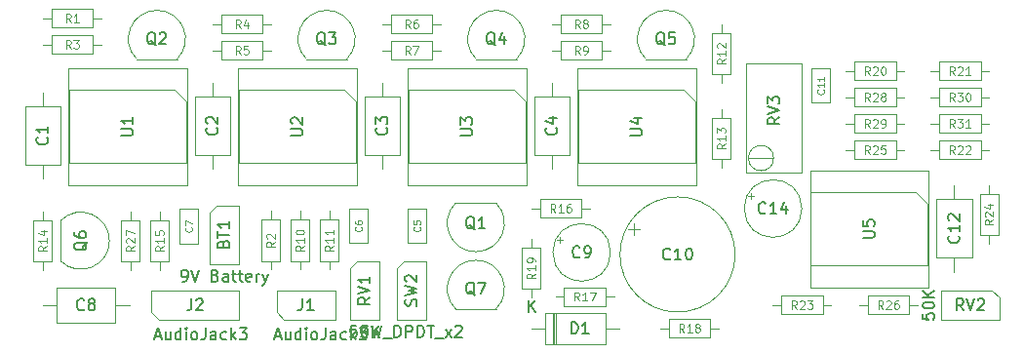
<source format=gbr>
G04 #@! TF.GenerationSoftware,KiCad,Pcbnew,8.0.2-8.0.2-0~ubuntu22.04.1*
G04 #@! TF.CreationDate,2024-06-08T14:45:23+02:00*
G04 #@! TF.ProjectId,schematic,73636865-6d61-4746-9963-2e6b69636164,rev?*
G04 #@! TF.SameCoordinates,Original*
G04 #@! TF.FileFunction,AssemblyDrawing,Top*
%FSLAX46Y46*%
G04 Gerber Fmt 4.6, Leading zero omitted, Abs format (unit mm)*
G04 Created by KiCad (PCBNEW 8.0.2-8.0.2-0~ubuntu22.04.1) date 2024-06-08 14:45:23*
%MOMM*%
%LPD*%
G01*
G04 APERTURE LIST*
%ADD10C,0.150000*%
%ADD11C,0.108000*%
%ADD12C,0.090000*%
%ADD13C,0.100000*%
G04 APERTURE END LIST*
D10*
X94900761Y-115972057D02*
X94805523Y-115924438D01*
X94805523Y-115924438D02*
X94710285Y-115829200D01*
X94710285Y-115829200D02*
X94567428Y-115686342D01*
X94567428Y-115686342D02*
X94472190Y-115638723D01*
X94472190Y-115638723D02*
X94376952Y-115638723D01*
X94424571Y-115876819D02*
X94329333Y-115829200D01*
X94329333Y-115829200D02*
X94234095Y-115733961D01*
X94234095Y-115733961D02*
X94186476Y-115543485D01*
X94186476Y-115543485D02*
X94186476Y-115210152D01*
X94186476Y-115210152D02*
X94234095Y-115019676D01*
X94234095Y-115019676D02*
X94329333Y-114924438D01*
X94329333Y-114924438D02*
X94424571Y-114876819D01*
X94424571Y-114876819D02*
X94615047Y-114876819D01*
X94615047Y-114876819D02*
X94710285Y-114924438D01*
X94710285Y-114924438D02*
X94805523Y-115019676D01*
X94805523Y-115019676D02*
X94853142Y-115210152D01*
X94853142Y-115210152D02*
X94853142Y-115543485D01*
X94853142Y-115543485D02*
X94805523Y-115733961D01*
X94805523Y-115733961D02*
X94710285Y-115829200D01*
X94710285Y-115829200D02*
X94615047Y-115876819D01*
X94615047Y-115876819D02*
X94424571Y-115876819D01*
X95186476Y-114876819D02*
X95853142Y-114876819D01*
X95853142Y-114876819D02*
X95424571Y-115876819D01*
D11*
X136570143Y-96847469D02*
X136330143Y-96504612D01*
X136158714Y-96847469D02*
X136158714Y-96127469D01*
X136158714Y-96127469D02*
X136433000Y-96127469D01*
X136433000Y-96127469D02*
X136501571Y-96161755D01*
X136501571Y-96161755D02*
X136535857Y-96196041D01*
X136535857Y-96196041D02*
X136570143Y-96264612D01*
X136570143Y-96264612D02*
X136570143Y-96367469D01*
X136570143Y-96367469D02*
X136535857Y-96436041D01*
X136535857Y-96436041D02*
X136501571Y-96470326D01*
X136501571Y-96470326D02*
X136433000Y-96504612D01*
X136433000Y-96504612D02*
X136158714Y-96504612D01*
X136844428Y-96196041D02*
X136878714Y-96161755D01*
X136878714Y-96161755D02*
X136947286Y-96127469D01*
X136947286Y-96127469D02*
X137118714Y-96127469D01*
X137118714Y-96127469D02*
X137187286Y-96161755D01*
X137187286Y-96161755D02*
X137221571Y-96196041D01*
X137221571Y-96196041D02*
X137255857Y-96264612D01*
X137255857Y-96264612D02*
X137255857Y-96333184D01*
X137255857Y-96333184D02*
X137221571Y-96436041D01*
X137221571Y-96436041D02*
X136810143Y-96847469D01*
X136810143Y-96847469D02*
X137255857Y-96847469D01*
X137941571Y-96847469D02*
X137530142Y-96847469D01*
X137735857Y-96847469D02*
X137735857Y-96127469D01*
X137735857Y-96127469D02*
X137667285Y-96230326D01*
X137667285Y-96230326D02*
X137598714Y-96298898D01*
X137598714Y-96298898D02*
X137530142Y-96333184D01*
D10*
X85027047Y-119577200D02*
X85169904Y-119624819D01*
X85169904Y-119624819D02*
X85407999Y-119624819D01*
X85407999Y-119624819D02*
X85503237Y-119577200D01*
X85503237Y-119577200D02*
X85550856Y-119529580D01*
X85550856Y-119529580D02*
X85598475Y-119434342D01*
X85598475Y-119434342D02*
X85598475Y-119339104D01*
X85598475Y-119339104D02*
X85550856Y-119243866D01*
X85550856Y-119243866D02*
X85503237Y-119196247D01*
X85503237Y-119196247D02*
X85407999Y-119148628D01*
X85407999Y-119148628D02*
X85217523Y-119101009D01*
X85217523Y-119101009D02*
X85122285Y-119053390D01*
X85122285Y-119053390D02*
X85074666Y-119005771D01*
X85074666Y-119005771D02*
X85027047Y-118910533D01*
X85027047Y-118910533D02*
X85027047Y-118815295D01*
X85027047Y-118815295D02*
X85074666Y-118720057D01*
X85074666Y-118720057D02*
X85122285Y-118672438D01*
X85122285Y-118672438D02*
X85217523Y-118624819D01*
X85217523Y-118624819D02*
X85455618Y-118624819D01*
X85455618Y-118624819D02*
X85598475Y-118672438D01*
X85931809Y-118624819D02*
X86169904Y-119624819D01*
X86169904Y-119624819D02*
X86360380Y-118910533D01*
X86360380Y-118910533D02*
X86550856Y-119624819D01*
X86550856Y-119624819D02*
X86788952Y-118624819D01*
X86931809Y-119720057D02*
X87693713Y-119720057D01*
X87931809Y-119624819D02*
X87931809Y-118624819D01*
X87931809Y-118624819D02*
X88169904Y-118624819D01*
X88169904Y-118624819D02*
X88312761Y-118672438D01*
X88312761Y-118672438D02*
X88407999Y-118767676D01*
X88407999Y-118767676D02*
X88455618Y-118862914D01*
X88455618Y-118862914D02*
X88503237Y-119053390D01*
X88503237Y-119053390D02*
X88503237Y-119196247D01*
X88503237Y-119196247D02*
X88455618Y-119386723D01*
X88455618Y-119386723D02*
X88407999Y-119481961D01*
X88407999Y-119481961D02*
X88312761Y-119577200D01*
X88312761Y-119577200D02*
X88169904Y-119624819D01*
X88169904Y-119624819D02*
X87931809Y-119624819D01*
X88931809Y-119624819D02*
X88931809Y-118624819D01*
X88931809Y-118624819D02*
X89312761Y-118624819D01*
X89312761Y-118624819D02*
X89407999Y-118672438D01*
X89407999Y-118672438D02*
X89455618Y-118720057D01*
X89455618Y-118720057D02*
X89503237Y-118815295D01*
X89503237Y-118815295D02*
X89503237Y-118958152D01*
X89503237Y-118958152D02*
X89455618Y-119053390D01*
X89455618Y-119053390D02*
X89407999Y-119101009D01*
X89407999Y-119101009D02*
X89312761Y-119148628D01*
X89312761Y-119148628D02*
X88931809Y-119148628D01*
X89931809Y-119624819D02*
X89931809Y-118624819D01*
X89931809Y-118624819D02*
X90169904Y-118624819D01*
X90169904Y-118624819D02*
X90312761Y-118672438D01*
X90312761Y-118672438D02*
X90407999Y-118767676D01*
X90407999Y-118767676D02*
X90455618Y-118862914D01*
X90455618Y-118862914D02*
X90503237Y-119053390D01*
X90503237Y-119053390D02*
X90503237Y-119196247D01*
X90503237Y-119196247D02*
X90455618Y-119386723D01*
X90455618Y-119386723D02*
X90407999Y-119481961D01*
X90407999Y-119481961D02*
X90312761Y-119577200D01*
X90312761Y-119577200D02*
X90169904Y-119624819D01*
X90169904Y-119624819D02*
X89931809Y-119624819D01*
X90788952Y-118624819D02*
X91360380Y-118624819D01*
X91074666Y-119624819D02*
X91074666Y-118624819D01*
X91455619Y-119720057D02*
X92217523Y-119720057D01*
X92360381Y-119624819D02*
X92884190Y-118958152D01*
X92360381Y-118958152D02*
X92884190Y-119624819D01*
X93217524Y-118720057D02*
X93265143Y-118672438D01*
X93265143Y-118672438D02*
X93360381Y-118624819D01*
X93360381Y-118624819D02*
X93598476Y-118624819D01*
X93598476Y-118624819D02*
X93693714Y-118672438D01*
X93693714Y-118672438D02*
X93741333Y-118720057D01*
X93741333Y-118720057D02*
X93788952Y-118815295D01*
X93788952Y-118815295D02*
X93788952Y-118910533D01*
X93788952Y-118910533D02*
X93741333Y-119053390D01*
X93741333Y-119053390D02*
X93169905Y-119624819D01*
X93169905Y-119624819D02*
X93788952Y-119624819D01*
X89815200Y-116903332D02*
X89862819Y-116760475D01*
X89862819Y-116760475D02*
X89862819Y-116522380D01*
X89862819Y-116522380D02*
X89815200Y-116427142D01*
X89815200Y-116427142D02*
X89767580Y-116379523D01*
X89767580Y-116379523D02*
X89672342Y-116331904D01*
X89672342Y-116331904D02*
X89577104Y-116331904D01*
X89577104Y-116331904D02*
X89481866Y-116379523D01*
X89481866Y-116379523D02*
X89434247Y-116427142D01*
X89434247Y-116427142D02*
X89386628Y-116522380D01*
X89386628Y-116522380D02*
X89339009Y-116712856D01*
X89339009Y-116712856D02*
X89291390Y-116808094D01*
X89291390Y-116808094D02*
X89243771Y-116855713D01*
X89243771Y-116855713D02*
X89148533Y-116903332D01*
X89148533Y-116903332D02*
X89053295Y-116903332D01*
X89053295Y-116903332D02*
X88958057Y-116855713D01*
X88958057Y-116855713D02*
X88910438Y-116808094D01*
X88910438Y-116808094D02*
X88862819Y-116712856D01*
X88862819Y-116712856D02*
X88862819Y-116474761D01*
X88862819Y-116474761D02*
X88910438Y-116331904D01*
X88862819Y-115998570D02*
X89862819Y-115760475D01*
X89862819Y-115760475D02*
X89148533Y-115569999D01*
X89148533Y-115569999D02*
X89862819Y-115379523D01*
X89862819Y-115379523D02*
X88862819Y-115141428D01*
X88958057Y-114808094D02*
X88910438Y-114760475D01*
X88910438Y-114760475D02*
X88862819Y-114665237D01*
X88862819Y-114665237D02*
X88862819Y-114427142D01*
X88862819Y-114427142D02*
X88910438Y-114331904D01*
X88910438Y-114331904D02*
X88958057Y-114284285D01*
X88958057Y-114284285D02*
X89053295Y-114236666D01*
X89053295Y-114236666D02*
X89148533Y-114236666D01*
X89148533Y-114236666D02*
X89291390Y-114284285D01*
X89291390Y-114284285D02*
X89862819Y-114855713D01*
X89862819Y-114855713D02*
X89862819Y-114236666D01*
D11*
X136570143Y-101419469D02*
X136330143Y-101076612D01*
X136158714Y-101419469D02*
X136158714Y-100699469D01*
X136158714Y-100699469D02*
X136433000Y-100699469D01*
X136433000Y-100699469D02*
X136501571Y-100733755D01*
X136501571Y-100733755D02*
X136535857Y-100768041D01*
X136535857Y-100768041D02*
X136570143Y-100836612D01*
X136570143Y-100836612D02*
X136570143Y-100939469D01*
X136570143Y-100939469D02*
X136535857Y-101008041D01*
X136535857Y-101008041D02*
X136501571Y-101042326D01*
X136501571Y-101042326D02*
X136433000Y-101076612D01*
X136433000Y-101076612D02*
X136158714Y-101076612D01*
X136810143Y-100699469D02*
X137255857Y-100699469D01*
X137255857Y-100699469D02*
X137015857Y-100973755D01*
X137015857Y-100973755D02*
X137118714Y-100973755D01*
X137118714Y-100973755D02*
X137187286Y-101008041D01*
X137187286Y-101008041D02*
X137221571Y-101042326D01*
X137221571Y-101042326D02*
X137255857Y-101110898D01*
X137255857Y-101110898D02*
X137255857Y-101282326D01*
X137255857Y-101282326D02*
X137221571Y-101350898D01*
X137221571Y-101350898D02*
X137187286Y-101385184D01*
X137187286Y-101385184D02*
X137118714Y-101419469D01*
X137118714Y-101419469D02*
X136913000Y-101419469D01*
X136913000Y-101419469D02*
X136844428Y-101385184D01*
X136844428Y-101385184D02*
X136810143Y-101350898D01*
X137941571Y-101419469D02*
X137530142Y-101419469D01*
X137735857Y-101419469D02*
X137735857Y-100699469D01*
X137735857Y-100699469D02*
X137667285Y-100802326D01*
X137667285Y-100802326D02*
X137598714Y-100870898D01*
X137598714Y-100870898D02*
X137530142Y-100905184D01*
X136570143Y-103705469D02*
X136330143Y-103362612D01*
X136158714Y-103705469D02*
X136158714Y-102985469D01*
X136158714Y-102985469D02*
X136433000Y-102985469D01*
X136433000Y-102985469D02*
X136501571Y-103019755D01*
X136501571Y-103019755D02*
X136535857Y-103054041D01*
X136535857Y-103054041D02*
X136570143Y-103122612D01*
X136570143Y-103122612D02*
X136570143Y-103225469D01*
X136570143Y-103225469D02*
X136535857Y-103294041D01*
X136535857Y-103294041D02*
X136501571Y-103328326D01*
X136501571Y-103328326D02*
X136433000Y-103362612D01*
X136433000Y-103362612D02*
X136158714Y-103362612D01*
X136844428Y-103054041D02*
X136878714Y-103019755D01*
X136878714Y-103019755D02*
X136947286Y-102985469D01*
X136947286Y-102985469D02*
X137118714Y-102985469D01*
X137118714Y-102985469D02*
X137187286Y-103019755D01*
X137187286Y-103019755D02*
X137221571Y-103054041D01*
X137221571Y-103054041D02*
X137255857Y-103122612D01*
X137255857Y-103122612D02*
X137255857Y-103191184D01*
X137255857Y-103191184D02*
X137221571Y-103294041D01*
X137221571Y-103294041D02*
X136810143Y-103705469D01*
X136810143Y-103705469D02*
X137255857Y-103705469D01*
X137530142Y-103054041D02*
X137564428Y-103019755D01*
X137564428Y-103019755D02*
X137633000Y-102985469D01*
X137633000Y-102985469D02*
X137804428Y-102985469D01*
X137804428Y-102985469D02*
X137873000Y-103019755D01*
X137873000Y-103019755D02*
X137907285Y-103054041D01*
X137907285Y-103054041D02*
X137941571Y-103122612D01*
X137941571Y-103122612D02*
X137941571Y-103191184D01*
X137941571Y-103191184D02*
X137907285Y-103294041D01*
X137907285Y-103294041D02*
X137495857Y-103705469D01*
X137495857Y-103705469D02*
X137941571Y-103705469D01*
D10*
X64224819Y-102107904D02*
X65034342Y-102107904D01*
X65034342Y-102107904D02*
X65129580Y-102060285D01*
X65129580Y-102060285D02*
X65177200Y-102012666D01*
X65177200Y-102012666D02*
X65224819Y-101917428D01*
X65224819Y-101917428D02*
X65224819Y-101726952D01*
X65224819Y-101726952D02*
X65177200Y-101631714D01*
X65177200Y-101631714D02*
X65129580Y-101584095D01*
X65129580Y-101584095D02*
X65034342Y-101536476D01*
X65034342Y-101536476D02*
X64224819Y-101536476D01*
X65224819Y-100536476D02*
X65224819Y-101107904D01*
X65224819Y-100822190D02*
X64224819Y-100822190D01*
X64224819Y-100822190D02*
X64367676Y-100917428D01*
X64367676Y-100917428D02*
X64462914Y-101012666D01*
X64462914Y-101012666D02*
X64510533Y-101107904D01*
X67214761Y-94276057D02*
X67119523Y-94228438D01*
X67119523Y-94228438D02*
X67024285Y-94133200D01*
X67024285Y-94133200D02*
X66881428Y-93990342D01*
X66881428Y-93990342D02*
X66786190Y-93942723D01*
X66786190Y-93942723D02*
X66690952Y-93942723D01*
X66738571Y-94180819D02*
X66643333Y-94133200D01*
X66643333Y-94133200D02*
X66548095Y-94037961D01*
X66548095Y-94037961D02*
X66500476Y-93847485D01*
X66500476Y-93847485D02*
X66500476Y-93514152D01*
X66500476Y-93514152D02*
X66548095Y-93323676D01*
X66548095Y-93323676D02*
X66643333Y-93228438D01*
X66643333Y-93228438D02*
X66738571Y-93180819D01*
X66738571Y-93180819D02*
X66929047Y-93180819D01*
X66929047Y-93180819D02*
X67024285Y-93228438D01*
X67024285Y-93228438D02*
X67119523Y-93323676D01*
X67119523Y-93323676D02*
X67167142Y-93514152D01*
X67167142Y-93514152D02*
X67167142Y-93847485D01*
X67167142Y-93847485D02*
X67119523Y-94037961D01*
X67119523Y-94037961D02*
X67024285Y-94133200D01*
X67024285Y-94133200D02*
X66929047Y-94180819D01*
X66929047Y-94180819D02*
X66738571Y-94180819D01*
X67548095Y-93276057D02*
X67595714Y-93228438D01*
X67595714Y-93228438D02*
X67690952Y-93180819D01*
X67690952Y-93180819D02*
X67929047Y-93180819D01*
X67929047Y-93180819D02*
X68024285Y-93228438D01*
X68024285Y-93228438D02*
X68071904Y-93276057D01*
X68071904Y-93276057D02*
X68119523Y-93371295D01*
X68119523Y-93371295D02*
X68119523Y-93466533D01*
X68119523Y-93466533D02*
X68071904Y-93609390D01*
X68071904Y-93609390D02*
X67500476Y-94180819D01*
X67500476Y-94180819D02*
X68119523Y-94180819D01*
D11*
X67891469Y-111714856D02*
X67548612Y-111954856D01*
X67891469Y-112126285D02*
X67171469Y-112126285D01*
X67171469Y-112126285D02*
X67171469Y-111851999D01*
X67171469Y-111851999D02*
X67205755Y-111783428D01*
X67205755Y-111783428D02*
X67240041Y-111749142D01*
X67240041Y-111749142D02*
X67308612Y-111714856D01*
X67308612Y-111714856D02*
X67411469Y-111714856D01*
X67411469Y-111714856D02*
X67480041Y-111749142D01*
X67480041Y-111749142D02*
X67514326Y-111783428D01*
X67514326Y-111783428D02*
X67548612Y-111851999D01*
X67548612Y-111851999D02*
X67548612Y-112126285D01*
X67891469Y-111029142D02*
X67891469Y-111440571D01*
X67891469Y-111234856D02*
X67171469Y-111234856D01*
X67171469Y-111234856D02*
X67274326Y-111303428D01*
X67274326Y-111303428D02*
X67342898Y-111371999D01*
X67342898Y-111371999D02*
X67377184Y-111440571D01*
X67171469Y-110377714D02*
X67171469Y-110720571D01*
X67171469Y-110720571D02*
X67514326Y-110754857D01*
X67514326Y-110754857D02*
X67480041Y-110720571D01*
X67480041Y-110720571D02*
X67445755Y-110652000D01*
X67445755Y-110652000D02*
X67445755Y-110480571D01*
X67445755Y-110480571D02*
X67480041Y-110412000D01*
X67480041Y-110412000D02*
X67514326Y-110377714D01*
X67514326Y-110377714D02*
X67582898Y-110343428D01*
X67582898Y-110343428D02*
X67754326Y-110343428D01*
X67754326Y-110343428D02*
X67822898Y-110377714D01*
X67822898Y-110377714D02*
X67857184Y-110412000D01*
X67857184Y-110412000D02*
X67891469Y-110480571D01*
X67891469Y-110480571D02*
X67891469Y-110652000D01*
X67891469Y-110652000D02*
X67857184Y-110720571D01*
X67857184Y-110720571D02*
X67822898Y-110754857D01*
X104020000Y-95069469D02*
X103780000Y-94726612D01*
X103608571Y-95069469D02*
X103608571Y-94349469D01*
X103608571Y-94349469D02*
X103882857Y-94349469D01*
X103882857Y-94349469D02*
X103951428Y-94383755D01*
X103951428Y-94383755D02*
X103985714Y-94418041D01*
X103985714Y-94418041D02*
X104020000Y-94486612D01*
X104020000Y-94486612D02*
X104020000Y-94589469D01*
X104020000Y-94589469D02*
X103985714Y-94658041D01*
X103985714Y-94658041D02*
X103951428Y-94692326D01*
X103951428Y-94692326D02*
X103882857Y-94726612D01*
X103882857Y-94726612D02*
X103608571Y-94726612D01*
X104362857Y-95069469D02*
X104500000Y-95069469D01*
X104500000Y-95069469D02*
X104568571Y-95035184D01*
X104568571Y-95035184D02*
X104602857Y-95000898D01*
X104602857Y-95000898D02*
X104671428Y-94898041D01*
X104671428Y-94898041D02*
X104705714Y-94760898D01*
X104705714Y-94760898D02*
X104705714Y-94486612D01*
X104705714Y-94486612D02*
X104671428Y-94418041D01*
X104671428Y-94418041D02*
X104637143Y-94383755D01*
X104637143Y-94383755D02*
X104568571Y-94349469D01*
X104568571Y-94349469D02*
X104431428Y-94349469D01*
X104431428Y-94349469D02*
X104362857Y-94383755D01*
X104362857Y-94383755D02*
X104328571Y-94418041D01*
X104328571Y-94418041D02*
X104294285Y-94486612D01*
X104294285Y-94486612D02*
X104294285Y-94658041D01*
X104294285Y-94658041D02*
X104328571Y-94726612D01*
X104328571Y-94726612D02*
X104362857Y-94760898D01*
X104362857Y-94760898D02*
X104431428Y-94795184D01*
X104431428Y-94795184D02*
X104568571Y-94795184D01*
X104568571Y-94795184D02*
X104637143Y-94760898D01*
X104637143Y-94760898D02*
X104671428Y-94726612D01*
X104671428Y-94726612D02*
X104705714Y-94658041D01*
X139900469Y-109428856D02*
X139557612Y-109668856D01*
X139900469Y-109840285D02*
X139180469Y-109840285D01*
X139180469Y-109840285D02*
X139180469Y-109565999D01*
X139180469Y-109565999D02*
X139214755Y-109497428D01*
X139214755Y-109497428D02*
X139249041Y-109463142D01*
X139249041Y-109463142D02*
X139317612Y-109428856D01*
X139317612Y-109428856D02*
X139420469Y-109428856D01*
X139420469Y-109428856D02*
X139489041Y-109463142D01*
X139489041Y-109463142D02*
X139523326Y-109497428D01*
X139523326Y-109497428D02*
X139557612Y-109565999D01*
X139557612Y-109565999D02*
X139557612Y-109840285D01*
X139249041Y-109154571D02*
X139214755Y-109120285D01*
X139214755Y-109120285D02*
X139180469Y-109051714D01*
X139180469Y-109051714D02*
X139180469Y-108880285D01*
X139180469Y-108880285D02*
X139214755Y-108811714D01*
X139214755Y-108811714D02*
X139249041Y-108777428D01*
X139249041Y-108777428D02*
X139317612Y-108743142D01*
X139317612Y-108743142D02*
X139386184Y-108743142D01*
X139386184Y-108743142D02*
X139489041Y-108777428D01*
X139489041Y-108777428D02*
X139900469Y-109188856D01*
X139900469Y-109188856D02*
X139900469Y-108743142D01*
X139420469Y-108126000D02*
X139900469Y-108126000D01*
X139146184Y-108297428D02*
X139660469Y-108468857D01*
X139660469Y-108468857D02*
X139660469Y-108023142D01*
D10*
X136884580Y-110828857D02*
X136932200Y-110876476D01*
X136932200Y-110876476D02*
X136979819Y-111019333D01*
X136979819Y-111019333D02*
X136979819Y-111114571D01*
X136979819Y-111114571D02*
X136932200Y-111257428D01*
X136932200Y-111257428D02*
X136836961Y-111352666D01*
X136836961Y-111352666D02*
X136741723Y-111400285D01*
X136741723Y-111400285D02*
X136551247Y-111447904D01*
X136551247Y-111447904D02*
X136408390Y-111447904D01*
X136408390Y-111447904D02*
X136217914Y-111400285D01*
X136217914Y-111400285D02*
X136122676Y-111352666D01*
X136122676Y-111352666D02*
X136027438Y-111257428D01*
X136027438Y-111257428D02*
X135979819Y-111114571D01*
X135979819Y-111114571D02*
X135979819Y-111019333D01*
X135979819Y-111019333D02*
X136027438Y-110876476D01*
X136027438Y-110876476D02*
X136075057Y-110828857D01*
X136979819Y-109876476D02*
X136979819Y-110447904D01*
X136979819Y-110162190D02*
X135979819Y-110162190D01*
X135979819Y-110162190D02*
X136122676Y-110257428D01*
X136122676Y-110257428D02*
X136217914Y-110352666D01*
X136217914Y-110352666D02*
X136265533Y-110447904D01*
X136075057Y-109495523D02*
X136027438Y-109447904D01*
X136027438Y-109447904D02*
X135979819Y-109352666D01*
X135979819Y-109352666D02*
X135979819Y-109114571D01*
X135979819Y-109114571D02*
X136027438Y-109019333D01*
X136027438Y-109019333D02*
X136075057Y-108971714D01*
X136075057Y-108971714D02*
X136170295Y-108924095D01*
X136170295Y-108924095D02*
X136265533Y-108924095D01*
X136265533Y-108924095D02*
X136408390Y-108971714D01*
X136408390Y-108971714D02*
X136979819Y-109543142D01*
X136979819Y-109543142D02*
X136979819Y-108924095D01*
D11*
X129204143Y-103705469D02*
X128964143Y-103362612D01*
X128792714Y-103705469D02*
X128792714Y-102985469D01*
X128792714Y-102985469D02*
X129067000Y-102985469D01*
X129067000Y-102985469D02*
X129135571Y-103019755D01*
X129135571Y-103019755D02*
X129169857Y-103054041D01*
X129169857Y-103054041D02*
X129204143Y-103122612D01*
X129204143Y-103122612D02*
X129204143Y-103225469D01*
X129204143Y-103225469D02*
X129169857Y-103294041D01*
X129169857Y-103294041D02*
X129135571Y-103328326D01*
X129135571Y-103328326D02*
X129067000Y-103362612D01*
X129067000Y-103362612D02*
X128792714Y-103362612D01*
X129478428Y-103054041D02*
X129512714Y-103019755D01*
X129512714Y-103019755D02*
X129581286Y-102985469D01*
X129581286Y-102985469D02*
X129752714Y-102985469D01*
X129752714Y-102985469D02*
X129821286Y-103019755D01*
X129821286Y-103019755D02*
X129855571Y-103054041D01*
X129855571Y-103054041D02*
X129889857Y-103122612D01*
X129889857Y-103122612D02*
X129889857Y-103191184D01*
X129889857Y-103191184D02*
X129855571Y-103294041D01*
X129855571Y-103294041D02*
X129444143Y-103705469D01*
X129444143Y-103705469D02*
X129889857Y-103705469D01*
X130541285Y-102985469D02*
X130198428Y-102985469D01*
X130198428Y-102985469D02*
X130164142Y-103328326D01*
X130164142Y-103328326D02*
X130198428Y-103294041D01*
X130198428Y-103294041D02*
X130267000Y-103259755D01*
X130267000Y-103259755D02*
X130438428Y-103259755D01*
X130438428Y-103259755D02*
X130507000Y-103294041D01*
X130507000Y-103294041D02*
X130541285Y-103328326D01*
X130541285Y-103328326D02*
X130575571Y-103396898D01*
X130575571Y-103396898D02*
X130575571Y-103568326D01*
X130575571Y-103568326D02*
X130541285Y-103636898D01*
X130541285Y-103636898D02*
X130507000Y-103671184D01*
X130507000Y-103671184D02*
X130438428Y-103705469D01*
X130438428Y-103705469D02*
X130267000Y-103705469D01*
X130267000Y-103705469D02*
X130198428Y-103671184D01*
X130198428Y-103671184D02*
X130164142Y-103636898D01*
D10*
X111868342Y-112805380D02*
X111820723Y-112853000D01*
X111820723Y-112853000D02*
X111677866Y-112900619D01*
X111677866Y-112900619D02*
X111582628Y-112900619D01*
X111582628Y-112900619D02*
X111439771Y-112853000D01*
X111439771Y-112853000D02*
X111344533Y-112757761D01*
X111344533Y-112757761D02*
X111296914Y-112662523D01*
X111296914Y-112662523D02*
X111249295Y-112472047D01*
X111249295Y-112472047D02*
X111249295Y-112329190D01*
X111249295Y-112329190D02*
X111296914Y-112138714D01*
X111296914Y-112138714D02*
X111344533Y-112043476D01*
X111344533Y-112043476D02*
X111439771Y-111948238D01*
X111439771Y-111948238D02*
X111582628Y-111900619D01*
X111582628Y-111900619D02*
X111677866Y-111900619D01*
X111677866Y-111900619D02*
X111820723Y-111948238D01*
X111820723Y-111948238D02*
X111868342Y-111995857D01*
X112820723Y-112900619D02*
X112249295Y-112900619D01*
X112535009Y-112900619D02*
X112535009Y-111900619D01*
X112535009Y-111900619D02*
X112439771Y-112043476D01*
X112439771Y-112043476D02*
X112344533Y-112138714D01*
X112344533Y-112138714D02*
X112249295Y-112186333D01*
X113439771Y-111900619D02*
X113535009Y-111900619D01*
X113535009Y-111900619D02*
X113630247Y-111948238D01*
X113630247Y-111948238D02*
X113677866Y-111995857D01*
X113677866Y-111995857D02*
X113725485Y-112091095D01*
X113725485Y-112091095D02*
X113773104Y-112281571D01*
X113773104Y-112281571D02*
X113773104Y-112519666D01*
X113773104Y-112519666D02*
X113725485Y-112710142D01*
X113725485Y-112710142D02*
X113677866Y-112805380D01*
X113677866Y-112805380D02*
X113630247Y-112853000D01*
X113630247Y-112853000D02*
X113535009Y-112900619D01*
X113535009Y-112900619D02*
X113439771Y-112900619D01*
X113439771Y-112900619D02*
X113344533Y-112853000D01*
X113344533Y-112853000D02*
X113296914Y-112805380D01*
X113296914Y-112805380D02*
X113249295Y-112710142D01*
X113249295Y-112710142D02*
X113201676Y-112519666D01*
X113201676Y-112519666D02*
X113201676Y-112281571D01*
X113201676Y-112281571D02*
X113249295Y-112091095D01*
X113249295Y-112091095D02*
X113296914Y-111995857D01*
X113296914Y-111995857D02*
X113344533Y-111948238D01*
X113344533Y-111948238D02*
X113439771Y-111900619D01*
X57763580Y-102274666D02*
X57811200Y-102322285D01*
X57811200Y-102322285D02*
X57858819Y-102465142D01*
X57858819Y-102465142D02*
X57858819Y-102560380D01*
X57858819Y-102560380D02*
X57811200Y-102703237D01*
X57811200Y-102703237D02*
X57715961Y-102798475D01*
X57715961Y-102798475D02*
X57620723Y-102846094D01*
X57620723Y-102846094D02*
X57430247Y-102893713D01*
X57430247Y-102893713D02*
X57287390Y-102893713D01*
X57287390Y-102893713D02*
X57096914Y-102846094D01*
X57096914Y-102846094D02*
X57001676Y-102798475D01*
X57001676Y-102798475D02*
X56906438Y-102703237D01*
X56906438Y-102703237D02*
X56858819Y-102560380D01*
X56858819Y-102560380D02*
X56858819Y-102465142D01*
X56858819Y-102465142D02*
X56906438Y-102322285D01*
X56906438Y-102322285D02*
X56954057Y-102274666D01*
X57858819Y-101322285D02*
X57858819Y-101893713D01*
X57858819Y-101607999D02*
X56858819Y-101607999D01*
X56858819Y-101607999D02*
X57001676Y-101703237D01*
X57001676Y-101703237D02*
X57096914Y-101798475D01*
X57096914Y-101798475D02*
X57144533Y-101893713D01*
D11*
X74556000Y-92783469D02*
X74316000Y-92440612D01*
X74144571Y-92783469D02*
X74144571Y-92063469D01*
X74144571Y-92063469D02*
X74418857Y-92063469D01*
X74418857Y-92063469D02*
X74487428Y-92097755D01*
X74487428Y-92097755D02*
X74521714Y-92132041D01*
X74521714Y-92132041D02*
X74556000Y-92200612D01*
X74556000Y-92200612D02*
X74556000Y-92303469D01*
X74556000Y-92303469D02*
X74521714Y-92372041D01*
X74521714Y-92372041D02*
X74487428Y-92406326D01*
X74487428Y-92406326D02*
X74418857Y-92440612D01*
X74418857Y-92440612D02*
X74144571Y-92440612D01*
X75173143Y-92303469D02*
X75173143Y-92783469D01*
X75001714Y-92029184D02*
X74830285Y-92543469D01*
X74830285Y-92543469D02*
X75276000Y-92543469D01*
X113075143Y-119199469D02*
X112835143Y-118856612D01*
X112663714Y-119199469D02*
X112663714Y-118479469D01*
X112663714Y-118479469D02*
X112938000Y-118479469D01*
X112938000Y-118479469D02*
X113006571Y-118513755D01*
X113006571Y-118513755D02*
X113040857Y-118548041D01*
X113040857Y-118548041D02*
X113075143Y-118616612D01*
X113075143Y-118616612D02*
X113075143Y-118719469D01*
X113075143Y-118719469D02*
X113040857Y-118788041D01*
X113040857Y-118788041D02*
X113006571Y-118822326D01*
X113006571Y-118822326D02*
X112938000Y-118856612D01*
X112938000Y-118856612D02*
X112663714Y-118856612D01*
X113760857Y-119199469D02*
X113349428Y-119199469D01*
X113555143Y-119199469D02*
X113555143Y-118479469D01*
X113555143Y-118479469D02*
X113486571Y-118582326D01*
X113486571Y-118582326D02*
X113418000Y-118650898D01*
X113418000Y-118650898D02*
X113349428Y-118685184D01*
X114172285Y-118788041D02*
X114103714Y-118753755D01*
X114103714Y-118753755D02*
X114069428Y-118719469D01*
X114069428Y-118719469D02*
X114035142Y-118650898D01*
X114035142Y-118650898D02*
X114035142Y-118616612D01*
X114035142Y-118616612D02*
X114069428Y-118548041D01*
X114069428Y-118548041D02*
X114103714Y-118513755D01*
X114103714Y-118513755D02*
X114172285Y-118479469D01*
X114172285Y-118479469D02*
X114309428Y-118479469D01*
X114309428Y-118479469D02*
X114378000Y-118513755D01*
X114378000Y-118513755D02*
X114412285Y-118548041D01*
X114412285Y-118548041D02*
X114446571Y-118616612D01*
X114446571Y-118616612D02*
X114446571Y-118650898D01*
X114446571Y-118650898D02*
X114412285Y-118719469D01*
X114412285Y-118719469D02*
X114378000Y-118753755D01*
X114378000Y-118753755D02*
X114309428Y-118788041D01*
X114309428Y-118788041D02*
X114172285Y-118788041D01*
X114172285Y-118788041D02*
X114103714Y-118822326D01*
X114103714Y-118822326D02*
X114069428Y-118856612D01*
X114069428Y-118856612D02*
X114035142Y-118925184D01*
X114035142Y-118925184D02*
X114035142Y-119062326D01*
X114035142Y-119062326D02*
X114069428Y-119130898D01*
X114069428Y-119130898D02*
X114103714Y-119165184D01*
X114103714Y-119165184D02*
X114172285Y-119199469D01*
X114172285Y-119199469D02*
X114309428Y-119199469D01*
X114309428Y-119199469D02*
X114378000Y-119165184D01*
X114378000Y-119165184D02*
X114412285Y-119130898D01*
X114412285Y-119130898D02*
X114446571Y-119062326D01*
X114446571Y-119062326D02*
X114446571Y-118925184D01*
X114446571Y-118925184D02*
X114412285Y-118856612D01*
X114412285Y-118856612D02*
X114378000Y-118822326D01*
X114378000Y-118822326D02*
X114309428Y-118788041D01*
D10*
X121353819Y-100544238D02*
X120877628Y-100877571D01*
X121353819Y-101115666D02*
X120353819Y-101115666D01*
X120353819Y-101115666D02*
X120353819Y-100734714D01*
X120353819Y-100734714D02*
X120401438Y-100639476D01*
X120401438Y-100639476D02*
X120449057Y-100591857D01*
X120449057Y-100591857D02*
X120544295Y-100544238D01*
X120544295Y-100544238D02*
X120687152Y-100544238D01*
X120687152Y-100544238D02*
X120782390Y-100591857D01*
X120782390Y-100591857D02*
X120830009Y-100639476D01*
X120830009Y-100639476D02*
X120877628Y-100734714D01*
X120877628Y-100734714D02*
X120877628Y-101115666D01*
X120353819Y-100258523D02*
X121353819Y-99925190D01*
X121353819Y-99925190D02*
X120353819Y-99591857D01*
X120353819Y-99353761D02*
X120353819Y-98734714D01*
X120353819Y-98734714D02*
X120734771Y-99068047D01*
X120734771Y-99068047D02*
X120734771Y-98925190D01*
X120734771Y-98925190D02*
X120782390Y-98829952D01*
X120782390Y-98829952D02*
X120830009Y-98782333D01*
X120830009Y-98782333D02*
X120925247Y-98734714D01*
X120925247Y-98734714D02*
X121163342Y-98734714D01*
X121163342Y-98734714D02*
X121258580Y-98782333D01*
X121258580Y-98782333D02*
X121306200Y-98829952D01*
X121306200Y-98829952D02*
X121353819Y-98925190D01*
X121353819Y-98925190D02*
X121353819Y-99210904D01*
X121353819Y-99210904D02*
X121306200Y-99306142D01*
X121306200Y-99306142D02*
X121258580Y-99353761D01*
X128603819Y-111007904D02*
X129413342Y-111007904D01*
X129413342Y-111007904D02*
X129508580Y-110960285D01*
X129508580Y-110960285D02*
X129556200Y-110912666D01*
X129556200Y-110912666D02*
X129603819Y-110817428D01*
X129603819Y-110817428D02*
X129603819Y-110626952D01*
X129603819Y-110626952D02*
X129556200Y-110531714D01*
X129556200Y-110531714D02*
X129508580Y-110484095D01*
X129508580Y-110484095D02*
X129413342Y-110436476D01*
X129413342Y-110436476D02*
X128603819Y-110436476D01*
X128603819Y-109484095D02*
X128603819Y-109960285D01*
X128603819Y-109960285D02*
X129080009Y-110007904D01*
X129080009Y-110007904D02*
X129032390Y-109960285D01*
X129032390Y-109960285D02*
X128984771Y-109865047D01*
X128984771Y-109865047D02*
X128984771Y-109626952D01*
X128984771Y-109626952D02*
X129032390Y-109531714D01*
X129032390Y-109531714D02*
X129080009Y-109484095D01*
X129080009Y-109484095D02*
X129175247Y-109436476D01*
X129175247Y-109436476D02*
X129413342Y-109436476D01*
X129413342Y-109436476D02*
X129508580Y-109484095D01*
X129508580Y-109484095D02*
X129556200Y-109531714D01*
X129556200Y-109531714D02*
X129603819Y-109626952D01*
X129603819Y-109626952D02*
X129603819Y-109865047D01*
X129603819Y-109865047D02*
X129556200Y-109960285D01*
X129556200Y-109960285D02*
X129508580Y-110007904D01*
X94900761Y-110278057D02*
X94805523Y-110230438D01*
X94805523Y-110230438D02*
X94710285Y-110135200D01*
X94710285Y-110135200D02*
X94567428Y-109992342D01*
X94567428Y-109992342D02*
X94472190Y-109944723D01*
X94472190Y-109944723D02*
X94376952Y-109944723D01*
X94424571Y-110182819D02*
X94329333Y-110135200D01*
X94329333Y-110135200D02*
X94234095Y-110039961D01*
X94234095Y-110039961D02*
X94186476Y-109849485D01*
X94186476Y-109849485D02*
X94186476Y-109516152D01*
X94186476Y-109516152D02*
X94234095Y-109325676D01*
X94234095Y-109325676D02*
X94329333Y-109230438D01*
X94329333Y-109230438D02*
X94424571Y-109182819D01*
X94424571Y-109182819D02*
X94615047Y-109182819D01*
X94615047Y-109182819D02*
X94710285Y-109230438D01*
X94710285Y-109230438D02*
X94805523Y-109325676D01*
X94805523Y-109325676D02*
X94853142Y-109516152D01*
X94853142Y-109516152D02*
X94853142Y-109849485D01*
X94853142Y-109849485D02*
X94805523Y-110039961D01*
X94805523Y-110039961D02*
X94710285Y-110135200D01*
X94710285Y-110135200D02*
X94615047Y-110182819D01*
X94615047Y-110182819D02*
X94424571Y-110182819D01*
X95805523Y-110182819D02*
X95234095Y-110182819D01*
X95519809Y-110182819D02*
X95519809Y-109182819D01*
X95519809Y-109182819D02*
X95424571Y-109325676D01*
X95424571Y-109325676D02*
X95329333Y-109420914D01*
X95329333Y-109420914D02*
X95234095Y-109468533D01*
D11*
X57731469Y-111714856D02*
X57388612Y-111954856D01*
X57731469Y-112126285D02*
X57011469Y-112126285D01*
X57011469Y-112126285D02*
X57011469Y-111851999D01*
X57011469Y-111851999D02*
X57045755Y-111783428D01*
X57045755Y-111783428D02*
X57080041Y-111749142D01*
X57080041Y-111749142D02*
X57148612Y-111714856D01*
X57148612Y-111714856D02*
X57251469Y-111714856D01*
X57251469Y-111714856D02*
X57320041Y-111749142D01*
X57320041Y-111749142D02*
X57354326Y-111783428D01*
X57354326Y-111783428D02*
X57388612Y-111851999D01*
X57388612Y-111851999D02*
X57388612Y-112126285D01*
X57731469Y-111029142D02*
X57731469Y-111440571D01*
X57731469Y-111234856D02*
X57011469Y-111234856D01*
X57011469Y-111234856D02*
X57114326Y-111303428D01*
X57114326Y-111303428D02*
X57182898Y-111371999D01*
X57182898Y-111371999D02*
X57217184Y-111440571D01*
X57251469Y-110412000D02*
X57731469Y-110412000D01*
X56977184Y-110583428D02*
X57491469Y-110754857D01*
X57491469Y-110754857D02*
X57491469Y-110309142D01*
D10*
X96678761Y-94276057D02*
X96583523Y-94228438D01*
X96583523Y-94228438D02*
X96488285Y-94133200D01*
X96488285Y-94133200D02*
X96345428Y-93990342D01*
X96345428Y-93990342D02*
X96250190Y-93942723D01*
X96250190Y-93942723D02*
X96154952Y-93942723D01*
X96202571Y-94180819D02*
X96107333Y-94133200D01*
X96107333Y-94133200D02*
X96012095Y-94037961D01*
X96012095Y-94037961D02*
X95964476Y-93847485D01*
X95964476Y-93847485D02*
X95964476Y-93514152D01*
X95964476Y-93514152D02*
X96012095Y-93323676D01*
X96012095Y-93323676D02*
X96107333Y-93228438D01*
X96107333Y-93228438D02*
X96202571Y-93180819D01*
X96202571Y-93180819D02*
X96393047Y-93180819D01*
X96393047Y-93180819D02*
X96488285Y-93228438D01*
X96488285Y-93228438D02*
X96583523Y-93323676D01*
X96583523Y-93323676D02*
X96631142Y-93514152D01*
X96631142Y-93514152D02*
X96631142Y-93847485D01*
X96631142Y-93847485D02*
X96583523Y-94037961D01*
X96583523Y-94037961D02*
X96488285Y-94133200D01*
X96488285Y-94133200D02*
X96393047Y-94180819D01*
X96393047Y-94180819D02*
X96202571Y-94180819D01*
X97488285Y-93514152D02*
X97488285Y-94180819D01*
X97250190Y-93133200D02*
X97012095Y-93847485D01*
X97012095Y-93847485D02*
X97631142Y-93847485D01*
X133776819Y-117578095D02*
X133776819Y-118054285D01*
X133776819Y-118054285D02*
X134253009Y-118101904D01*
X134253009Y-118101904D02*
X134205390Y-118054285D01*
X134205390Y-118054285D02*
X134157771Y-117959047D01*
X134157771Y-117959047D02*
X134157771Y-117720952D01*
X134157771Y-117720952D02*
X134205390Y-117625714D01*
X134205390Y-117625714D02*
X134253009Y-117578095D01*
X134253009Y-117578095D02*
X134348247Y-117530476D01*
X134348247Y-117530476D02*
X134586342Y-117530476D01*
X134586342Y-117530476D02*
X134681580Y-117578095D01*
X134681580Y-117578095D02*
X134729200Y-117625714D01*
X134729200Y-117625714D02*
X134776819Y-117720952D01*
X134776819Y-117720952D02*
X134776819Y-117959047D01*
X134776819Y-117959047D02*
X134729200Y-118054285D01*
X134729200Y-118054285D02*
X134681580Y-118101904D01*
X133776819Y-116911428D02*
X133776819Y-116816190D01*
X133776819Y-116816190D02*
X133824438Y-116720952D01*
X133824438Y-116720952D02*
X133872057Y-116673333D01*
X133872057Y-116673333D02*
X133967295Y-116625714D01*
X133967295Y-116625714D02*
X134157771Y-116578095D01*
X134157771Y-116578095D02*
X134395866Y-116578095D01*
X134395866Y-116578095D02*
X134586342Y-116625714D01*
X134586342Y-116625714D02*
X134681580Y-116673333D01*
X134681580Y-116673333D02*
X134729200Y-116720952D01*
X134729200Y-116720952D02*
X134776819Y-116816190D01*
X134776819Y-116816190D02*
X134776819Y-116911428D01*
X134776819Y-116911428D02*
X134729200Y-117006666D01*
X134729200Y-117006666D02*
X134681580Y-117054285D01*
X134681580Y-117054285D02*
X134586342Y-117101904D01*
X134586342Y-117101904D02*
X134395866Y-117149523D01*
X134395866Y-117149523D02*
X134157771Y-117149523D01*
X134157771Y-117149523D02*
X133967295Y-117101904D01*
X133967295Y-117101904D02*
X133872057Y-117054285D01*
X133872057Y-117054285D02*
X133824438Y-117006666D01*
X133824438Y-117006666D02*
X133776819Y-116911428D01*
X134776819Y-116149523D02*
X133776819Y-116149523D01*
X134776819Y-115578095D02*
X134205390Y-116006666D01*
X133776819Y-115578095D02*
X134348247Y-116149523D01*
X137326761Y-117294819D02*
X136993428Y-116818628D01*
X136755333Y-117294819D02*
X136755333Y-116294819D01*
X136755333Y-116294819D02*
X137136285Y-116294819D01*
X137136285Y-116294819D02*
X137231523Y-116342438D01*
X137231523Y-116342438D02*
X137279142Y-116390057D01*
X137279142Y-116390057D02*
X137326761Y-116485295D01*
X137326761Y-116485295D02*
X137326761Y-116628152D01*
X137326761Y-116628152D02*
X137279142Y-116723390D01*
X137279142Y-116723390D02*
X137231523Y-116771009D01*
X137231523Y-116771009D02*
X137136285Y-116818628D01*
X137136285Y-116818628D02*
X136755333Y-116818628D01*
X137612476Y-116294819D02*
X137945809Y-117294819D01*
X137945809Y-117294819D02*
X138279142Y-116294819D01*
X138564857Y-116390057D02*
X138612476Y-116342438D01*
X138612476Y-116342438D02*
X138707714Y-116294819D01*
X138707714Y-116294819D02*
X138945809Y-116294819D01*
X138945809Y-116294819D02*
X139041047Y-116342438D01*
X139041047Y-116342438D02*
X139088666Y-116390057D01*
X139088666Y-116390057D02*
X139136285Y-116485295D01*
X139136285Y-116485295D02*
X139136285Y-116580533D01*
X139136285Y-116580533D02*
X139088666Y-116723390D01*
X139088666Y-116723390D02*
X138517238Y-117294819D01*
X138517238Y-117294819D02*
X139136285Y-117294819D01*
X61256057Y-111347238D02*
X61208438Y-111442476D01*
X61208438Y-111442476D02*
X61113200Y-111537714D01*
X61113200Y-111537714D02*
X60970342Y-111680571D01*
X60970342Y-111680571D02*
X60922723Y-111775809D01*
X60922723Y-111775809D02*
X60922723Y-111871047D01*
X61160819Y-111823428D02*
X61113200Y-111918666D01*
X61113200Y-111918666D02*
X61017961Y-112013904D01*
X61017961Y-112013904D02*
X60827485Y-112061523D01*
X60827485Y-112061523D02*
X60494152Y-112061523D01*
X60494152Y-112061523D02*
X60303676Y-112013904D01*
X60303676Y-112013904D02*
X60208438Y-111918666D01*
X60208438Y-111918666D02*
X60160819Y-111823428D01*
X60160819Y-111823428D02*
X60160819Y-111632952D01*
X60160819Y-111632952D02*
X60208438Y-111537714D01*
X60208438Y-111537714D02*
X60303676Y-111442476D01*
X60303676Y-111442476D02*
X60494152Y-111394857D01*
X60494152Y-111394857D02*
X60827485Y-111394857D01*
X60827485Y-111394857D02*
X61017961Y-111442476D01*
X61017961Y-111442476D02*
X61113200Y-111537714D01*
X61113200Y-111537714D02*
X61160819Y-111632952D01*
X61160819Y-111632952D02*
X61160819Y-111823428D01*
X60160819Y-110537714D02*
X60160819Y-110728190D01*
X60160819Y-110728190D02*
X60208438Y-110823428D01*
X60208438Y-110823428D02*
X60256057Y-110871047D01*
X60256057Y-110871047D02*
X60398914Y-110966285D01*
X60398914Y-110966285D02*
X60589390Y-111013904D01*
X60589390Y-111013904D02*
X60970342Y-111013904D01*
X60970342Y-111013904D02*
X61065580Y-110966285D01*
X61065580Y-110966285D02*
X61113200Y-110918666D01*
X61113200Y-110918666D02*
X61160819Y-110823428D01*
X61160819Y-110823428D02*
X61160819Y-110632952D01*
X61160819Y-110632952D02*
X61113200Y-110537714D01*
X61113200Y-110537714D02*
X61065580Y-110490095D01*
X61065580Y-110490095D02*
X60970342Y-110442476D01*
X60970342Y-110442476D02*
X60732247Y-110442476D01*
X60732247Y-110442476D02*
X60637009Y-110490095D01*
X60637009Y-110490095D02*
X60589390Y-110537714D01*
X60589390Y-110537714D02*
X60541771Y-110632952D01*
X60541771Y-110632952D02*
X60541771Y-110823428D01*
X60541771Y-110823428D02*
X60589390Y-110918666D01*
X60589390Y-110918666D02*
X60637009Y-110966285D01*
X60637009Y-110966285D02*
X60732247Y-111013904D01*
D11*
X116659469Y-102824856D02*
X116316612Y-103064856D01*
X116659469Y-103236285D02*
X115939469Y-103236285D01*
X115939469Y-103236285D02*
X115939469Y-102961999D01*
X115939469Y-102961999D02*
X115973755Y-102893428D01*
X115973755Y-102893428D02*
X116008041Y-102859142D01*
X116008041Y-102859142D02*
X116076612Y-102824856D01*
X116076612Y-102824856D02*
X116179469Y-102824856D01*
X116179469Y-102824856D02*
X116248041Y-102859142D01*
X116248041Y-102859142D02*
X116282326Y-102893428D01*
X116282326Y-102893428D02*
X116316612Y-102961999D01*
X116316612Y-102961999D02*
X116316612Y-103236285D01*
X116659469Y-102139142D02*
X116659469Y-102550571D01*
X116659469Y-102344856D02*
X115939469Y-102344856D01*
X115939469Y-102344856D02*
X116042326Y-102413428D01*
X116042326Y-102413428D02*
X116110898Y-102481999D01*
X116110898Y-102481999D02*
X116145184Y-102550571D01*
X115939469Y-101899142D02*
X115939469Y-101453428D01*
X115939469Y-101453428D02*
X116213755Y-101693428D01*
X116213755Y-101693428D02*
X116213755Y-101590571D01*
X116213755Y-101590571D02*
X116248041Y-101522000D01*
X116248041Y-101522000D02*
X116282326Y-101487714D01*
X116282326Y-101487714D02*
X116350898Y-101453428D01*
X116350898Y-101453428D02*
X116522326Y-101453428D01*
X116522326Y-101453428D02*
X116590898Y-101487714D01*
X116590898Y-101487714D02*
X116625184Y-101522000D01*
X116625184Y-101522000D02*
X116659469Y-101590571D01*
X116659469Y-101590571D02*
X116659469Y-101796285D01*
X116659469Y-101796285D02*
X116625184Y-101864857D01*
X116625184Y-101864857D02*
X116590898Y-101899142D01*
X101899143Y-108785469D02*
X101659143Y-108442612D01*
X101487714Y-108785469D02*
X101487714Y-108065469D01*
X101487714Y-108065469D02*
X101762000Y-108065469D01*
X101762000Y-108065469D02*
X101830571Y-108099755D01*
X101830571Y-108099755D02*
X101864857Y-108134041D01*
X101864857Y-108134041D02*
X101899143Y-108202612D01*
X101899143Y-108202612D02*
X101899143Y-108305469D01*
X101899143Y-108305469D02*
X101864857Y-108374041D01*
X101864857Y-108374041D02*
X101830571Y-108408326D01*
X101830571Y-108408326D02*
X101762000Y-108442612D01*
X101762000Y-108442612D02*
X101487714Y-108442612D01*
X102584857Y-108785469D02*
X102173428Y-108785469D01*
X102379143Y-108785469D02*
X102379143Y-108065469D01*
X102379143Y-108065469D02*
X102310571Y-108168326D01*
X102310571Y-108168326D02*
X102242000Y-108236898D01*
X102242000Y-108236898D02*
X102173428Y-108271184D01*
X103202000Y-108065469D02*
X103064857Y-108065469D01*
X103064857Y-108065469D02*
X102996285Y-108099755D01*
X102996285Y-108099755D02*
X102962000Y-108134041D01*
X102962000Y-108134041D02*
X102893428Y-108236898D01*
X102893428Y-108236898D02*
X102859142Y-108374041D01*
X102859142Y-108374041D02*
X102859142Y-108648326D01*
X102859142Y-108648326D02*
X102893428Y-108716898D01*
X102893428Y-108716898D02*
X102927714Y-108751184D01*
X102927714Y-108751184D02*
X102996285Y-108785469D01*
X102996285Y-108785469D02*
X103133428Y-108785469D01*
X103133428Y-108785469D02*
X103202000Y-108751184D01*
X103202000Y-108751184D02*
X103236285Y-108716898D01*
X103236285Y-108716898D02*
X103270571Y-108648326D01*
X103270571Y-108648326D02*
X103270571Y-108476898D01*
X103270571Y-108476898D02*
X103236285Y-108408326D01*
X103236285Y-108408326D02*
X103202000Y-108374041D01*
X103202000Y-108374041D02*
X103133428Y-108339755D01*
X103133428Y-108339755D02*
X102996285Y-108339755D01*
X102996285Y-108339755D02*
X102927714Y-108374041D01*
X102927714Y-108374041D02*
X102893428Y-108408326D01*
X102893428Y-108408326D02*
X102859142Y-108476898D01*
X129204143Y-101419469D02*
X128964143Y-101076612D01*
X128792714Y-101419469D02*
X128792714Y-100699469D01*
X128792714Y-100699469D02*
X129067000Y-100699469D01*
X129067000Y-100699469D02*
X129135571Y-100733755D01*
X129135571Y-100733755D02*
X129169857Y-100768041D01*
X129169857Y-100768041D02*
X129204143Y-100836612D01*
X129204143Y-100836612D02*
X129204143Y-100939469D01*
X129204143Y-100939469D02*
X129169857Y-101008041D01*
X129169857Y-101008041D02*
X129135571Y-101042326D01*
X129135571Y-101042326D02*
X129067000Y-101076612D01*
X129067000Y-101076612D02*
X128792714Y-101076612D01*
X129478428Y-100768041D02*
X129512714Y-100733755D01*
X129512714Y-100733755D02*
X129581286Y-100699469D01*
X129581286Y-100699469D02*
X129752714Y-100699469D01*
X129752714Y-100699469D02*
X129821286Y-100733755D01*
X129821286Y-100733755D02*
X129855571Y-100768041D01*
X129855571Y-100768041D02*
X129889857Y-100836612D01*
X129889857Y-100836612D02*
X129889857Y-100905184D01*
X129889857Y-100905184D02*
X129855571Y-101008041D01*
X129855571Y-101008041D02*
X129444143Y-101419469D01*
X129444143Y-101419469D02*
X129889857Y-101419469D01*
X130232714Y-101419469D02*
X130369857Y-101419469D01*
X130369857Y-101419469D02*
X130438428Y-101385184D01*
X130438428Y-101385184D02*
X130472714Y-101350898D01*
X130472714Y-101350898D02*
X130541285Y-101248041D01*
X130541285Y-101248041D02*
X130575571Y-101110898D01*
X130575571Y-101110898D02*
X130575571Y-100836612D01*
X130575571Y-100836612D02*
X130541285Y-100768041D01*
X130541285Y-100768041D02*
X130507000Y-100733755D01*
X130507000Y-100733755D02*
X130438428Y-100699469D01*
X130438428Y-100699469D02*
X130301285Y-100699469D01*
X130301285Y-100699469D02*
X130232714Y-100733755D01*
X130232714Y-100733755D02*
X130198428Y-100768041D01*
X130198428Y-100768041D02*
X130164142Y-100836612D01*
X130164142Y-100836612D02*
X130164142Y-101008041D01*
X130164142Y-101008041D02*
X130198428Y-101076612D01*
X130198428Y-101076612D02*
X130232714Y-101110898D01*
X130232714Y-101110898D02*
X130301285Y-101145184D01*
X130301285Y-101145184D02*
X130438428Y-101145184D01*
X130438428Y-101145184D02*
X130507000Y-101110898D01*
X130507000Y-101110898D02*
X130541285Y-101076612D01*
X130541285Y-101076612D02*
X130575571Y-101008041D01*
D12*
X90131748Y-110061999D02*
X90160320Y-110090571D01*
X90160320Y-110090571D02*
X90188891Y-110176285D01*
X90188891Y-110176285D02*
X90188891Y-110233428D01*
X90188891Y-110233428D02*
X90160320Y-110319142D01*
X90160320Y-110319142D02*
X90103177Y-110376285D01*
X90103177Y-110376285D02*
X90046034Y-110404856D01*
X90046034Y-110404856D02*
X89931748Y-110433428D01*
X89931748Y-110433428D02*
X89846034Y-110433428D01*
X89846034Y-110433428D02*
X89731748Y-110404856D01*
X89731748Y-110404856D02*
X89674605Y-110376285D01*
X89674605Y-110376285D02*
X89617462Y-110319142D01*
X89617462Y-110319142D02*
X89588891Y-110233428D01*
X89588891Y-110233428D02*
X89588891Y-110176285D01*
X89588891Y-110176285D02*
X89617462Y-110090571D01*
X89617462Y-110090571D02*
X89646034Y-110061999D01*
X89588891Y-109519142D02*
X89588891Y-109804856D01*
X89588891Y-109804856D02*
X89874605Y-109833428D01*
X89874605Y-109833428D02*
X89846034Y-109804856D01*
X89846034Y-109804856D02*
X89817462Y-109747714D01*
X89817462Y-109747714D02*
X89817462Y-109604856D01*
X89817462Y-109604856D02*
X89846034Y-109547714D01*
X89846034Y-109547714D02*
X89874605Y-109519142D01*
X89874605Y-109519142D02*
X89931748Y-109490571D01*
X89931748Y-109490571D02*
X90074605Y-109490571D01*
X90074605Y-109490571D02*
X90131748Y-109519142D01*
X90131748Y-109519142D02*
X90160320Y-109547714D01*
X90160320Y-109547714D02*
X90188891Y-109604856D01*
X90188891Y-109604856D02*
X90188891Y-109747714D01*
X90188891Y-109747714D02*
X90160320Y-109804856D01*
X90160320Y-109804856D02*
X90131748Y-109833428D01*
D10*
X99560095Y-117426819D02*
X99560095Y-116426819D01*
X100131523Y-117426819D02*
X99702952Y-116855390D01*
X100131523Y-116426819D02*
X99560095Y-116998247D01*
X103283905Y-119326819D02*
X103283905Y-118326819D01*
X103283905Y-118326819D02*
X103522000Y-118326819D01*
X103522000Y-118326819D02*
X103664857Y-118374438D01*
X103664857Y-118374438D02*
X103760095Y-118469676D01*
X103760095Y-118469676D02*
X103807714Y-118564914D01*
X103807714Y-118564914D02*
X103855333Y-118755390D01*
X103855333Y-118755390D02*
X103855333Y-118898247D01*
X103855333Y-118898247D02*
X103807714Y-119088723D01*
X103807714Y-119088723D02*
X103760095Y-119183961D01*
X103760095Y-119183961D02*
X103664857Y-119279200D01*
X103664857Y-119279200D02*
X103522000Y-119326819D01*
X103522000Y-119326819D02*
X103283905Y-119326819D01*
X104807714Y-119326819D02*
X104236286Y-119326819D01*
X104522000Y-119326819D02*
X104522000Y-118326819D01*
X104522000Y-118326819D02*
X104426762Y-118469676D01*
X104426762Y-118469676D02*
X104331524Y-118564914D01*
X104331524Y-118564914D02*
X104236286Y-118612533D01*
D11*
X104020000Y-92783469D02*
X103780000Y-92440612D01*
X103608571Y-92783469D02*
X103608571Y-92063469D01*
X103608571Y-92063469D02*
X103882857Y-92063469D01*
X103882857Y-92063469D02*
X103951428Y-92097755D01*
X103951428Y-92097755D02*
X103985714Y-92132041D01*
X103985714Y-92132041D02*
X104020000Y-92200612D01*
X104020000Y-92200612D02*
X104020000Y-92303469D01*
X104020000Y-92303469D02*
X103985714Y-92372041D01*
X103985714Y-92372041D02*
X103951428Y-92406326D01*
X103951428Y-92406326D02*
X103882857Y-92440612D01*
X103882857Y-92440612D02*
X103608571Y-92440612D01*
X104431428Y-92372041D02*
X104362857Y-92337755D01*
X104362857Y-92337755D02*
X104328571Y-92303469D01*
X104328571Y-92303469D02*
X104294285Y-92234898D01*
X104294285Y-92234898D02*
X104294285Y-92200612D01*
X104294285Y-92200612D02*
X104328571Y-92132041D01*
X104328571Y-92132041D02*
X104362857Y-92097755D01*
X104362857Y-92097755D02*
X104431428Y-92063469D01*
X104431428Y-92063469D02*
X104568571Y-92063469D01*
X104568571Y-92063469D02*
X104637143Y-92097755D01*
X104637143Y-92097755D02*
X104671428Y-92132041D01*
X104671428Y-92132041D02*
X104705714Y-92200612D01*
X104705714Y-92200612D02*
X104705714Y-92234898D01*
X104705714Y-92234898D02*
X104671428Y-92303469D01*
X104671428Y-92303469D02*
X104637143Y-92337755D01*
X104637143Y-92337755D02*
X104568571Y-92372041D01*
X104568571Y-92372041D02*
X104431428Y-92372041D01*
X104431428Y-92372041D02*
X104362857Y-92406326D01*
X104362857Y-92406326D02*
X104328571Y-92440612D01*
X104328571Y-92440612D02*
X104294285Y-92509184D01*
X104294285Y-92509184D02*
X104294285Y-92646326D01*
X104294285Y-92646326D02*
X104328571Y-92714898D01*
X104328571Y-92714898D02*
X104362857Y-92749184D01*
X104362857Y-92749184D02*
X104431428Y-92783469D01*
X104431428Y-92783469D02*
X104568571Y-92783469D01*
X104568571Y-92783469D02*
X104637143Y-92749184D01*
X104637143Y-92749184D02*
X104671428Y-92714898D01*
X104671428Y-92714898D02*
X104705714Y-92646326D01*
X104705714Y-92646326D02*
X104705714Y-92509184D01*
X104705714Y-92509184D02*
X104671428Y-92440612D01*
X104671428Y-92440612D02*
X104637143Y-92406326D01*
X104637143Y-92406326D02*
X104568571Y-92372041D01*
D10*
X67143809Y-119549104D02*
X67619999Y-119549104D01*
X67048571Y-119834819D02*
X67381904Y-118834819D01*
X67381904Y-118834819D02*
X67715237Y-119834819D01*
X68477142Y-119168152D02*
X68477142Y-119834819D01*
X68048571Y-119168152D02*
X68048571Y-119691961D01*
X68048571Y-119691961D02*
X68096190Y-119787200D01*
X68096190Y-119787200D02*
X68191428Y-119834819D01*
X68191428Y-119834819D02*
X68334285Y-119834819D01*
X68334285Y-119834819D02*
X68429523Y-119787200D01*
X68429523Y-119787200D02*
X68477142Y-119739580D01*
X69381904Y-119834819D02*
X69381904Y-118834819D01*
X69381904Y-119787200D02*
X69286666Y-119834819D01*
X69286666Y-119834819D02*
X69096190Y-119834819D01*
X69096190Y-119834819D02*
X69000952Y-119787200D01*
X69000952Y-119787200D02*
X68953333Y-119739580D01*
X68953333Y-119739580D02*
X68905714Y-119644342D01*
X68905714Y-119644342D02*
X68905714Y-119358628D01*
X68905714Y-119358628D02*
X68953333Y-119263390D01*
X68953333Y-119263390D02*
X69000952Y-119215771D01*
X69000952Y-119215771D02*
X69096190Y-119168152D01*
X69096190Y-119168152D02*
X69286666Y-119168152D01*
X69286666Y-119168152D02*
X69381904Y-119215771D01*
X69858095Y-119834819D02*
X69858095Y-119168152D01*
X69858095Y-118834819D02*
X69810476Y-118882438D01*
X69810476Y-118882438D02*
X69858095Y-118930057D01*
X69858095Y-118930057D02*
X69905714Y-118882438D01*
X69905714Y-118882438D02*
X69858095Y-118834819D01*
X69858095Y-118834819D02*
X69858095Y-118930057D01*
X70477142Y-119834819D02*
X70381904Y-119787200D01*
X70381904Y-119787200D02*
X70334285Y-119739580D01*
X70334285Y-119739580D02*
X70286666Y-119644342D01*
X70286666Y-119644342D02*
X70286666Y-119358628D01*
X70286666Y-119358628D02*
X70334285Y-119263390D01*
X70334285Y-119263390D02*
X70381904Y-119215771D01*
X70381904Y-119215771D02*
X70477142Y-119168152D01*
X70477142Y-119168152D02*
X70619999Y-119168152D01*
X70619999Y-119168152D02*
X70715237Y-119215771D01*
X70715237Y-119215771D02*
X70762856Y-119263390D01*
X70762856Y-119263390D02*
X70810475Y-119358628D01*
X70810475Y-119358628D02*
X70810475Y-119644342D01*
X70810475Y-119644342D02*
X70762856Y-119739580D01*
X70762856Y-119739580D02*
X70715237Y-119787200D01*
X70715237Y-119787200D02*
X70619999Y-119834819D01*
X70619999Y-119834819D02*
X70477142Y-119834819D01*
X71524761Y-118834819D02*
X71524761Y-119549104D01*
X71524761Y-119549104D02*
X71477142Y-119691961D01*
X71477142Y-119691961D02*
X71381904Y-119787200D01*
X71381904Y-119787200D02*
X71239047Y-119834819D01*
X71239047Y-119834819D02*
X71143809Y-119834819D01*
X72429523Y-119834819D02*
X72429523Y-119311009D01*
X72429523Y-119311009D02*
X72381904Y-119215771D01*
X72381904Y-119215771D02*
X72286666Y-119168152D01*
X72286666Y-119168152D02*
X72096190Y-119168152D01*
X72096190Y-119168152D02*
X72000952Y-119215771D01*
X72429523Y-119787200D02*
X72334285Y-119834819D01*
X72334285Y-119834819D02*
X72096190Y-119834819D01*
X72096190Y-119834819D02*
X72000952Y-119787200D01*
X72000952Y-119787200D02*
X71953333Y-119691961D01*
X71953333Y-119691961D02*
X71953333Y-119596723D01*
X71953333Y-119596723D02*
X72000952Y-119501485D01*
X72000952Y-119501485D02*
X72096190Y-119453866D01*
X72096190Y-119453866D02*
X72334285Y-119453866D01*
X72334285Y-119453866D02*
X72429523Y-119406247D01*
X73334285Y-119787200D02*
X73239047Y-119834819D01*
X73239047Y-119834819D02*
X73048571Y-119834819D01*
X73048571Y-119834819D02*
X72953333Y-119787200D01*
X72953333Y-119787200D02*
X72905714Y-119739580D01*
X72905714Y-119739580D02*
X72858095Y-119644342D01*
X72858095Y-119644342D02*
X72858095Y-119358628D01*
X72858095Y-119358628D02*
X72905714Y-119263390D01*
X72905714Y-119263390D02*
X72953333Y-119215771D01*
X72953333Y-119215771D02*
X73048571Y-119168152D01*
X73048571Y-119168152D02*
X73239047Y-119168152D01*
X73239047Y-119168152D02*
X73334285Y-119215771D01*
X73762857Y-119834819D02*
X73762857Y-118834819D01*
X73858095Y-119453866D02*
X74143809Y-119834819D01*
X74143809Y-119168152D02*
X73762857Y-119549104D01*
X74477143Y-118834819D02*
X75096190Y-118834819D01*
X75096190Y-118834819D02*
X74762857Y-119215771D01*
X74762857Y-119215771D02*
X74905714Y-119215771D01*
X74905714Y-119215771D02*
X75000952Y-119263390D01*
X75000952Y-119263390D02*
X75048571Y-119311009D01*
X75048571Y-119311009D02*
X75096190Y-119406247D01*
X75096190Y-119406247D02*
X75096190Y-119644342D01*
X75096190Y-119644342D02*
X75048571Y-119739580D01*
X75048571Y-119739580D02*
X75000952Y-119787200D01*
X75000952Y-119787200D02*
X74905714Y-119834819D01*
X74905714Y-119834819D02*
X74620000Y-119834819D01*
X74620000Y-119834819D02*
X74524762Y-119787200D01*
X74524762Y-119787200D02*
X74477143Y-119739580D01*
X70293666Y-116294819D02*
X70293666Y-117009104D01*
X70293666Y-117009104D02*
X70246047Y-117151961D01*
X70246047Y-117151961D02*
X70150809Y-117247200D01*
X70150809Y-117247200D02*
X70007952Y-117294819D01*
X70007952Y-117294819D02*
X69912714Y-117294819D01*
X70722238Y-116390057D02*
X70769857Y-116342438D01*
X70769857Y-116342438D02*
X70865095Y-116294819D01*
X70865095Y-116294819D02*
X71103190Y-116294819D01*
X71103190Y-116294819D02*
X71198428Y-116342438D01*
X71198428Y-116342438D02*
X71246047Y-116390057D01*
X71246047Y-116390057D02*
X71293666Y-116485295D01*
X71293666Y-116485295D02*
X71293666Y-116580533D01*
X71293666Y-116580533D02*
X71246047Y-116723390D01*
X71246047Y-116723390D02*
X70674619Y-117294819D01*
X70674619Y-117294819D02*
X71293666Y-117294819D01*
D11*
X82623469Y-111674856D02*
X82280612Y-111914856D01*
X82623469Y-112086285D02*
X81903469Y-112086285D01*
X81903469Y-112086285D02*
X81903469Y-111811999D01*
X81903469Y-111811999D02*
X81937755Y-111743428D01*
X81937755Y-111743428D02*
X81972041Y-111709142D01*
X81972041Y-111709142D02*
X82040612Y-111674856D01*
X82040612Y-111674856D02*
X82143469Y-111674856D01*
X82143469Y-111674856D02*
X82212041Y-111709142D01*
X82212041Y-111709142D02*
X82246326Y-111743428D01*
X82246326Y-111743428D02*
X82280612Y-111811999D01*
X82280612Y-111811999D02*
X82280612Y-112086285D01*
X82623469Y-110989142D02*
X82623469Y-111400571D01*
X82623469Y-111194856D02*
X81903469Y-111194856D01*
X81903469Y-111194856D02*
X82006326Y-111263428D01*
X82006326Y-111263428D02*
X82074898Y-111331999D01*
X82074898Y-111331999D02*
X82109184Y-111400571D01*
X82623469Y-110303428D02*
X82623469Y-110714857D01*
X82623469Y-110509142D02*
X81903469Y-110509142D01*
X81903469Y-110509142D02*
X82006326Y-110577714D01*
X82006326Y-110577714D02*
X82074898Y-110646285D01*
X82074898Y-110646285D02*
X82109184Y-110714857D01*
D12*
X125183748Y-98155714D02*
X125212320Y-98184286D01*
X125212320Y-98184286D02*
X125240891Y-98270000D01*
X125240891Y-98270000D02*
X125240891Y-98327143D01*
X125240891Y-98327143D02*
X125212320Y-98412857D01*
X125212320Y-98412857D02*
X125155177Y-98470000D01*
X125155177Y-98470000D02*
X125098034Y-98498571D01*
X125098034Y-98498571D02*
X124983748Y-98527143D01*
X124983748Y-98527143D02*
X124898034Y-98527143D01*
X124898034Y-98527143D02*
X124783748Y-98498571D01*
X124783748Y-98498571D02*
X124726605Y-98470000D01*
X124726605Y-98470000D02*
X124669462Y-98412857D01*
X124669462Y-98412857D02*
X124640891Y-98327143D01*
X124640891Y-98327143D02*
X124640891Y-98270000D01*
X124640891Y-98270000D02*
X124669462Y-98184286D01*
X124669462Y-98184286D02*
X124698034Y-98155714D01*
X125240891Y-97584286D02*
X125240891Y-97927143D01*
X125240891Y-97755714D02*
X124640891Y-97755714D01*
X124640891Y-97755714D02*
X124726605Y-97812857D01*
X124726605Y-97812857D02*
X124783748Y-97870000D01*
X124783748Y-97870000D02*
X124812320Y-97927143D01*
X125240891Y-97012857D02*
X125240891Y-97355714D01*
X125240891Y-97184285D02*
X124640891Y-97184285D01*
X124640891Y-97184285D02*
X124726605Y-97241428D01*
X124726605Y-97241428D02*
X124783748Y-97298571D01*
X124783748Y-97298571D02*
X124812320Y-97355714D01*
D11*
X100149469Y-114106856D02*
X99806612Y-114346856D01*
X100149469Y-114518285D02*
X99429469Y-114518285D01*
X99429469Y-114518285D02*
X99429469Y-114243999D01*
X99429469Y-114243999D02*
X99463755Y-114175428D01*
X99463755Y-114175428D02*
X99498041Y-114141142D01*
X99498041Y-114141142D02*
X99566612Y-114106856D01*
X99566612Y-114106856D02*
X99669469Y-114106856D01*
X99669469Y-114106856D02*
X99738041Y-114141142D01*
X99738041Y-114141142D02*
X99772326Y-114175428D01*
X99772326Y-114175428D02*
X99806612Y-114243999D01*
X99806612Y-114243999D02*
X99806612Y-114518285D01*
X100149469Y-113421142D02*
X100149469Y-113832571D01*
X100149469Y-113626856D02*
X99429469Y-113626856D01*
X99429469Y-113626856D02*
X99532326Y-113695428D01*
X99532326Y-113695428D02*
X99600898Y-113763999D01*
X99600898Y-113763999D02*
X99635184Y-113832571D01*
X100149469Y-113078285D02*
X100149469Y-112941142D01*
X100149469Y-112941142D02*
X100115184Y-112872571D01*
X100115184Y-112872571D02*
X100080898Y-112838285D01*
X100080898Y-112838285D02*
X99978041Y-112769714D01*
X99978041Y-112769714D02*
X99840898Y-112735428D01*
X99840898Y-112735428D02*
X99566612Y-112735428D01*
X99566612Y-112735428D02*
X99498041Y-112769714D01*
X99498041Y-112769714D02*
X99463755Y-112804000D01*
X99463755Y-112804000D02*
X99429469Y-112872571D01*
X99429469Y-112872571D02*
X99429469Y-113009714D01*
X99429469Y-113009714D02*
X99463755Y-113078285D01*
X99463755Y-113078285D02*
X99498041Y-113112571D01*
X99498041Y-113112571D02*
X99566612Y-113146857D01*
X99566612Y-113146857D02*
X99738041Y-113146857D01*
X99738041Y-113146857D02*
X99806612Y-113112571D01*
X99806612Y-113112571D02*
X99840898Y-113078285D01*
X99840898Y-113078285D02*
X99875184Y-113009714D01*
X99875184Y-113009714D02*
X99875184Y-112872571D01*
X99875184Y-112872571D02*
X99840898Y-112804000D01*
X99840898Y-112804000D02*
X99806612Y-112769714D01*
X99806612Y-112769714D02*
X99738041Y-112735428D01*
D12*
X70319748Y-110101999D02*
X70348320Y-110130571D01*
X70348320Y-110130571D02*
X70376891Y-110216285D01*
X70376891Y-110216285D02*
X70376891Y-110273428D01*
X70376891Y-110273428D02*
X70348320Y-110359142D01*
X70348320Y-110359142D02*
X70291177Y-110416285D01*
X70291177Y-110416285D02*
X70234034Y-110444856D01*
X70234034Y-110444856D02*
X70119748Y-110473428D01*
X70119748Y-110473428D02*
X70034034Y-110473428D01*
X70034034Y-110473428D02*
X69919748Y-110444856D01*
X69919748Y-110444856D02*
X69862605Y-110416285D01*
X69862605Y-110416285D02*
X69805462Y-110359142D01*
X69805462Y-110359142D02*
X69776891Y-110273428D01*
X69776891Y-110273428D02*
X69776891Y-110216285D01*
X69776891Y-110216285D02*
X69805462Y-110130571D01*
X69805462Y-110130571D02*
X69834034Y-110101999D01*
X69776891Y-109901999D02*
X69776891Y-109501999D01*
X69776891Y-109501999D02*
X70376891Y-109759142D01*
D10*
X111410761Y-94276057D02*
X111315523Y-94228438D01*
X111315523Y-94228438D02*
X111220285Y-94133200D01*
X111220285Y-94133200D02*
X111077428Y-93990342D01*
X111077428Y-93990342D02*
X110982190Y-93942723D01*
X110982190Y-93942723D02*
X110886952Y-93942723D01*
X110934571Y-94180819D02*
X110839333Y-94133200D01*
X110839333Y-94133200D02*
X110744095Y-94037961D01*
X110744095Y-94037961D02*
X110696476Y-93847485D01*
X110696476Y-93847485D02*
X110696476Y-93514152D01*
X110696476Y-93514152D02*
X110744095Y-93323676D01*
X110744095Y-93323676D02*
X110839333Y-93228438D01*
X110839333Y-93228438D02*
X110934571Y-93180819D01*
X110934571Y-93180819D02*
X111125047Y-93180819D01*
X111125047Y-93180819D02*
X111220285Y-93228438D01*
X111220285Y-93228438D02*
X111315523Y-93323676D01*
X111315523Y-93323676D02*
X111363142Y-93514152D01*
X111363142Y-93514152D02*
X111363142Y-93847485D01*
X111363142Y-93847485D02*
X111315523Y-94037961D01*
X111315523Y-94037961D02*
X111220285Y-94133200D01*
X111220285Y-94133200D02*
X111125047Y-94180819D01*
X111125047Y-94180819D02*
X110934571Y-94180819D01*
X112267904Y-93180819D02*
X111791714Y-93180819D01*
X111791714Y-93180819D02*
X111744095Y-93657009D01*
X111744095Y-93657009D02*
X111791714Y-93609390D01*
X111791714Y-93609390D02*
X111886952Y-93561771D01*
X111886952Y-93561771D02*
X112125047Y-93561771D01*
X112125047Y-93561771D02*
X112220285Y-93609390D01*
X112220285Y-93609390D02*
X112267904Y-93657009D01*
X112267904Y-93657009D02*
X112315523Y-93752247D01*
X112315523Y-93752247D02*
X112315523Y-93990342D01*
X112315523Y-93990342D02*
X112267904Y-94085580D01*
X112267904Y-94085580D02*
X112220285Y-94133200D01*
X112220285Y-94133200D02*
X112125047Y-94180819D01*
X112125047Y-94180819D02*
X111886952Y-94180819D01*
X111886952Y-94180819D02*
X111791714Y-94133200D01*
X111791714Y-94133200D02*
X111744095Y-94085580D01*
X60987333Y-117199580D02*
X60939714Y-117247200D01*
X60939714Y-117247200D02*
X60796857Y-117294819D01*
X60796857Y-117294819D02*
X60701619Y-117294819D01*
X60701619Y-117294819D02*
X60558762Y-117247200D01*
X60558762Y-117247200D02*
X60463524Y-117151961D01*
X60463524Y-117151961D02*
X60415905Y-117056723D01*
X60415905Y-117056723D02*
X60368286Y-116866247D01*
X60368286Y-116866247D02*
X60368286Y-116723390D01*
X60368286Y-116723390D02*
X60415905Y-116532914D01*
X60415905Y-116532914D02*
X60463524Y-116437676D01*
X60463524Y-116437676D02*
X60558762Y-116342438D01*
X60558762Y-116342438D02*
X60701619Y-116294819D01*
X60701619Y-116294819D02*
X60796857Y-116294819D01*
X60796857Y-116294819D02*
X60939714Y-116342438D01*
X60939714Y-116342438D02*
X60987333Y-116390057D01*
X61558762Y-116723390D02*
X61463524Y-116675771D01*
X61463524Y-116675771D02*
X61415905Y-116628152D01*
X61415905Y-116628152D02*
X61368286Y-116532914D01*
X61368286Y-116532914D02*
X61368286Y-116485295D01*
X61368286Y-116485295D02*
X61415905Y-116390057D01*
X61415905Y-116390057D02*
X61463524Y-116342438D01*
X61463524Y-116342438D02*
X61558762Y-116294819D01*
X61558762Y-116294819D02*
X61749238Y-116294819D01*
X61749238Y-116294819D02*
X61844476Y-116342438D01*
X61844476Y-116342438D02*
X61892095Y-116390057D01*
X61892095Y-116390057D02*
X61939714Y-116485295D01*
X61939714Y-116485295D02*
X61939714Y-116532914D01*
X61939714Y-116532914D02*
X61892095Y-116628152D01*
X61892095Y-116628152D02*
X61844476Y-116675771D01*
X61844476Y-116675771D02*
X61749238Y-116723390D01*
X61749238Y-116723390D02*
X61558762Y-116723390D01*
X61558762Y-116723390D02*
X61463524Y-116771009D01*
X61463524Y-116771009D02*
X61415905Y-116818628D01*
X61415905Y-116818628D02*
X61368286Y-116913866D01*
X61368286Y-116913866D02*
X61368286Y-117104342D01*
X61368286Y-117104342D02*
X61415905Y-117199580D01*
X61415905Y-117199580D02*
X61463524Y-117247200D01*
X61463524Y-117247200D02*
X61558762Y-117294819D01*
X61558762Y-117294819D02*
X61749238Y-117294819D01*
X61749238Y-117294819D02*
X61844476Y-117247200D01*
X61844476Y-117247200D02*
X61892095Y-117199580D01*
X61892095Y-117199580D02*
X61939714Y-117104342D01*
X61939714Y-117104342D02*
X61939714Y-116913866D01*
X61939714Y-116913866D02*
X61892095Y-116818628D01*
X61892095Y-116818628D02*
X61844476Y-116771009D01*
X61844476Y-116771009D02*
X61749238Y-116723390D01*
D12*
X85051748Y-110061999D02*
X85080320Y-110090571D01*
X85080320Y-110090571D02*
X85108891Y-110176285D01*
X85108891Y-110176285D02*
X85108891Y-110233428D01*
X85108891Y-110233428D02*
X85080320Y-110319142D01*
X85080320Y-110319142D02*
X85023177Y-110376285D01*
X85023177Y-110376285D02*
X84966034Y-110404856D01*
X84966034Y-110404856D02*
X84851748Y-110433428D01*
X84851748Y-110433428D02*
X84766034Y-110433428D01*
X84766034Y-110433428D02*
X84651748Y-110404856D01*
X84651748Y-110404856D02*
X84594605Y-110376285D01*
X84594605Y-110376285D02*
X84537462Y-110319142D01*
X84537462Y-110319142D02*
X84508891Y-110233428D01*
X84508891Y-110233428D02*
X84508891Y-110176285D01*
X84508891Y-110176285D02*
X84537462Y-110090571D01*
X84537462Y-110090571D02*
X84566034Y-110061999D01*
X84508891Y-109547714D02*
X84508891Y-109661999D01*
X84508891Y-109661999D02*
X84537462Y-109719142D01*
X84537462Y-109719142D02*
X84566034Y-109747714D01*
X84566034Y-109747714D02*
X84651748Y-109804856D01*
X84651748Y-109804856D02*
X84766034Y-109833428D01*
X84766034Y-109833428D02*
X84994605Y-109833428D01*
X84994605Y-109833428D02*
X85051748Y-109804856D01*
X85051748Y-109804856D02*
X85080320Y-109776285D01*
X85080320Y-109776285D02*
X85108891Y-109719142D01*
X85108891Y-109719142D02*
X85108891Y-109604856D01*
X85108891Y-109604856D02*
X85080320Y-109547714D01*
X85080320Y-109547714D02*
X85051748Y-109519142D01*
X85051748Y-109519142D02*
X84994605Y-109490571D01*
X84994605Y-109490571D02*
X84851748Y-109490571D01*
X84851748Y-109490571D02*
X84794605Y-109519142D01*
X84794605Y-109519142D02*
X84766034Y-109547714D01*
X84766034Y-109547714D02*
X84737462Y-109604856D01*
X84737462Y-109604856D02*
X84737462Y-109719142D01*
X84737462Y-109719142D02*
X84766034Y-109776285D01*
X84766034Y-109776285D02*
X84794605Y-109804856D01*
X84794605Y-109804856D02*
X84851748Y-109833428D01*
D10*
X72495580Y-101452666D02*
X72543200Y-101500285D01*
X72543200Y-101500285D02*
X72590819Y-101643142D01*
X72590819Y-101643142D02*
X72590819Y-101738380D01*
X72590819Y-101738380D02*
X72543200Y-101881237D01*
X72543200Y-101881237D02*
X72447961Y-101976475D01*
X72447961Y-101976475D02*
X72352723Y-102024094D01*
X72352723Y-102024094D02*
X72162247Y-102071713D01*
X72162247Y-102071713D02*
X72019390Y-102071713D01*
X72019390Y-102071713D02*
X71828914Y-102024094D01*
X71828914Y-102024094D02*
X71733676Y-101976475D01*
X71733676Y-101976475D02*
X71638438Y-101881237D01*
X71638438Y-101881237D02*
X71590819Y-101738380D01*
X71590819Y-101738380D02*
X71590819Y-101643142D01*
X71590819Y-101643142D02*
X71638438Y-101500285D01*
X71638438Y-101500285D02*
X71686057Y-101452666D01*
X71686057Y-101071713D02*
X71638438Y-101024094D01*
X71638438Y-101024094D02*
X71590819Y-100928856D01*
X71590819Y-100928856D02*
X71590819Y-100690761D01*
X71590819Y-100690761D02*
X71638438Y-100595523D01*
X71638438Y-100595523D02*
X71686057Y-100547904D01*
X71686057Y-100547904D02*
X71781295Y-100500285D01*
X71781295Y-100500285D02*
X71876533Y-100500285D01*
X71876533Y-100500285D02*
X72019390Y-100547904D01*
X72019390Y-100547904D02*
X72590819Y-101119332D01*
X72590819Y-101119332D02*
X72590819Y-100500285D01*
D11*
X59824000Y-94561469D02*
X59584000Y-94218612D01*
X59412571Y-94561469D02*
X59412571Y-93841469D01*
X59412571Y-93841469D02*
X59686857Y-93841469D01*
X59686857Y-93841469D02*
X59755428Y-93875755D01*
X59755428Y-93875755D02*
X59789714Y-93910041D01*
X59789714Y-93910041D02*
X59824000Y-93978612D01*
X59824000Y-93978612D02*
X59824000Y-94081469D01*
X59824000Y-94081469D02*
X59789714Y-94150041D01*
X59789714Y-94150041D02*
X59755428Y-94184326D01*
X59755428Y-94184326D02*
X59686857Y-94218612D01*
X59686857Y-94218612D02*
X59412571Y-94218612D01*
X60064000Y-93841469D02*
X60509714Y-93841469D01*
X60509714Y-93841469D02*
X60269714Y-94115755D01*
X60269714Y-94115755D02*
X60372571Y-94115755D01*
X60372571Y-94115755D02*
X60441143Y-94150041D01*
X60441143Y-94150041D02*
X60475428Y-94184326D01*
X60475428Y-94184326D02*
X60509714Y-94252898D01*
X60509714Y-94252898D02*
X60509714Y-94424326D01*
X60509714Y-94424326D02*
X60475428Y-94492898D01*
X60475428Y-94492898D02*
X60441143Y-94527184D01*
X60441143Y-94527184D02*
X60372571Y-94561469D01*
X60372571Y-94561469D02*
X60166857Y-94561469D01*
X60166857Y-94561469D02*
X60098285Y-94527184D01*
X60098285Y-94527184D02*
X60064000Y-94492898D01*
X122854143Y-117167469D02*
X122614143Y-116824612D01*
X122442714Y-117167469D02*
X122442714Y-116447469D01*
X122442714Y-116447469D02*
X122717000Y-116447469D01*
X122717000Y-116447469D02*
X122785571Y-116481755D01*
X122785571Y-116481755D02*
X122819857Y-116516041D01*
X122819857Y-116516041D02*
X122854143Y-116584612D01*
X122854143Y-116584612D02*
X122854143Y-116687469D01*
X122854143Y-116687469D02*
X122819857Y-116756041D01*
X122819857Y-116756041D02*
X122785571Y-116790326D01*
X122785571Y-116790326D02*
X122717000Y-116824612D01*
X122717000Y-116824612D02*
X122442714Y-116824612D01*
X123128428Y-116516041D02*
X123162714Y-116481755D01*
X123162714Y-116481755D02*
X123231286Y-116447469D01*
X123231286Y-116447469D02*
X123402714Y-116447469D01*
X123402714Y-116447469D02*
X123471286Y-116481755D01*
X123471286Y-116481755D02*
X123505571Y-116516041D01*
X123505571Y-116516041D02*
X123539857Y-116584612D01*
X123539857Y-116584612D02*
X123539857Y-116653184D01*
X123539857Y-116653184D02*
X123505571Y-116756041D01*
X123505571Y-116756041D02*
X123094143Y-117167469D01*
X123094143Y-117167469D02*
X123539857Y-117167469D01*
X123779857Y-116447469D02*
X124225571Y-116447469D01*
X124225571Y-116447469D02*
X123985571Y-116721755D01*
X123985571Y-116721755D02*
X124088428Y-116721755D01*
X124088428Y-116721755D02*
X124157000Y-116756041D01*
X124157000Y-116756041D02*
X124191285Y-116790326D01*
X124191285Y-116790326D02*
X124225571Y-116858898D01*
X124225571Y-116858898D02*
X124225571Y-117030326D01*
X124225571Y-117030326D02*
X124191285Y-117098898D01*
X124191285Y-117098898D02*
X124157000Y-117133184D01*
X124157000Y-117133184D02*
X124088428Y-117167469D01*
X124088428Y-117167469D02*
X123882714Y-117167469D01*
X123882714Y-117167469D02*
X123814142Y-117133184D01*
X123814142Y-117133184D02*
X123779857Y-117098898D01*
D10*
X101959580Y-101452666D02*
X102007200Y-101500285D01*
X102007200Y-101500285D02*
X102054819Y-101643142D01*
X102054819Y-101643142D02*
X102054819Y-101738380D01*
X102054819Y-101738380D02*
X102007200Y-101881237D01*
X102007200Y-101881237D02*
X101911961Y-101976475D01*
X101911961Y-101976475D02*
X101816723Y-102024094D01*
X101816723Y-102024094D02*
X101626247Y-102071713D01*
X101626247Y-102071713D02*
X101483390Y-102071713D01*
X101483390Y-102071713D02*
X101292914Y-102024094D01*
X101292914Y-102024094D02*
X101197676Y-101976475D01*
X101197676Y-101976475D02*
X101102438Y-101881237D01*
X101102438Y-101881237D02*
X101054819Y-101738380D01*
X101054819Y-101738380D02*
X101054819Y-101643142D01*
X101054819Y-101643142D02*
X101102438Y-101500285D01*
X101102438Y-101500285D02*
X101150057Y-101452666D01*
X101388152Y-100595523D02*
X102054819Y-100595523D01*
X101007200Y-100833618D02*
X101721485Y-101071713D01*
X101721485Y-101071713D02*
X101721485Y-100452666D01*
X108420819Y-102107904D02*
X109230342Y-102107904D01*
X109230342Y-102107904D02*
X109325580Y-102060285D01*
X109325580Y-102060285D02*
X109373200Y-102012666D01*
X109373200Y-102012666D02*
X109420819Y-101917428D01*
X109420819Y-101917428D02*
X109420819Y-101726952D01*
X109420819Y-101726952D02*
X109373200Y-101631714D01*
X109373200Y-101631714D02*
X109325580Y-101584095D01*
X109325580Y-101584095D02*
X109230342Y-101536476D01*
X109230342Y-101536476D02*
X108420819Y-101536476D01*
X108754152Y-100631714D02*
X109420819Y-100631714D01*
X108373200Y-100869809D02*
X109087485Y-101107904D01*
X109087485Y-101107904D02*
X109087485Y-100488857D01*
D11*
X129204143Y-96847469D02*
X128964143Y-96504612D01*
X128792714Y-96847469D02*
X128792714Y-96127469D01*
X128792714Y-96127469D02*
X129067000Y-96127469D01*
X129067000Y-96127469D02*
X129135571Y-96161755D01*
X129135571Y-96161755D02*
X129169857Y-96196041D01*
X129169857Y-96196041D02*
X129204143Y-96264612D01*
X129204143Y-96264612D02*
X129204143Y-96367469D01*
X129204143Y-96367469D02*
X129169857Y-96436041D01*
X129169857Y-96436041D02*
X129135571Y-96470326D01*
X129135571Y-96470326D02*
X129067000Y-96504612D01*
X129067000Y-96504612D02*
X128792714Y-96504612D01*
X129478428Y-96196041D02*
X129512714Y-96161755D01*
X129512714Y-96161755D02*
X129581286Y-96127469D01*
X129581286Y-96127469D02*
X129752714Y-96127469D01*
X129752714Y-96127469D02*
X129821286Y-96161755D01*
X129821286Y-96161755D02*
X129855571Y-96196041D01*
X129855571Y-96196041D02*
X129889857Y-96264612D01*
X129889857Y-96264612D02*
X129889857Y-96333184D01*
X129889857Y-96333184D02*
X129855571Y-96436041D01*
X129855571Y-96436041D02*
X129444143Y-96847469D01*
X129444143Y-96847469D02*
X129889857Y-96847469D01*
X130335571Y-96127469D02*
X130404142Y-96127469D01*
X130404142Y-96127469D02*
X130472714Y-96161755D01*
X130472714Y-96161755D02*
X130507000Y-96196041D01*
X130507000Y-96196041D02*
X130541285Y-96264612D01*
X130541285Y-96264612D02*
X130575571Y-96401755D01*
X130575571Y-96401755D02*
X130575571Y-96573184D01*
X130575571Y-96573184D02*
X130541285Y-96710326D01*
X130541285Y-96710326D02*
X130507000Y-96778898D01*
X130507000Y-96778898D02*
X130472714Y-96813184D01*
X130472714Y-96813184D02*
X130404142Y-96847469D01*
X130404142Y-96847469D02*
X130335571Y-96847469D01*
X130335571Y-96847469D02*
X130267000Y-96813184D01*
X130267000Y-96813184D02*
X130232714Y-96778898D01*
X130232714Y-96778898D02*
X130198428Y-96710326D01*
X130198428Y-96710326D02*
X130164142Y-96573184D01*
X130164142Y-96573184D02*
X130164142Y-96401755D01*
X130164142Y-96401755D02*
X130198428Y-96264612D01*
X130198428Y-96264612D02*
X130232714Y-96196041D01*
X130232714Y-96196041D02*
X130267000Y-96161755D01*
X130267000Y-96161755D02*
X130335571Y-96127469D01*
X103981943Y-116456269D02*
X103741943Y-116113412D01*
X103570514Y-116456269D02*
X103570514Y-115736269D01*
X103570514Y-115736269D02*
X103844800Y-115736269D01*
X103844800Y-115736269D02*
X103913371Y-115770555D01*
X103913371Y-115770555D02*
X103947657Y-115804841D01*
X103947657Y-115804841D02*
X103981943Y-115873412D01*
X103981943Y-115873412D02*
X103981943Y-115976269D01*
X103981943Y-115976269D02*
X103947657Y-116044841D01*
X103947657Y-116044841D02*
X103913371Y-116079126D01*
X103913371Y-116079126D02*
X103844800Y-116113412D01*
X103844800Y-116113412D02*
X103570514Y-116113412D01*
X104667657Y-116456269D02*
X104256228Y-116456269D01*
X104461943Y-116456269D02*
X104461943Y-115736269D01*
X104461943Y-115736269D02*
X104393371Y-115839126D01*
X104393371Y-115839126D02*
X104324800Y-115907698D01*
X104324800Y-115907698D02*
X104256228Y-115941984D01*
X104907657Y-115736269D02*
X105387657Y-115736269D01*
X105387657Y-115736269D02*
X105079085Y-116456269D01*
X59824000Y-92275469D02*
X59584000Y-91932612D01*
X59412571Y-92275469D02*
X59412571Y-91555469D01*
X59412571Y-91555469D02*
X59686857Y-91555469D01*
X59686857Y-91555469D02*
X59755428Y-91589755D01*
X59755428Y-91589755D02*
X59789714Y-91624041D01*
X59789714Y-91624041D02*
X59824000Y-91692612D01*
X59824000Y-91692612D02*
X59824000Y-91795469D01*
X59824000Y-91795469D02*
X59789714Y-91864041D01*
X59789714Y-91864041D02*
X59755428Y-91898326D01*
X59755428Y-91898326D02*
X59686857Y-91932612D01*
X59686857Y-91932612D02*
X59412571Y-91932612D01*
X60509714Y-92275469D02*
X60098285Y-92275469D01*
X60304000Y-92275469D02*
X60304000Y-91555469D01*
X60304000Y-91555469D02*
X60235428Y-91658326D01*
X60235428Y-91658326D02*
X60166857Y-91726898D01*
X60166857Y-91726898D02*
X60098285Y-91761184D01*
D10*
X104018221Y-112627580D02*
X103970602Y-112675200D01*
X103970602Y-112675200D02*
X103827745Y-112722819D01*
X103827745Y-112722819D02*
X103732507Y-112722819D01*
X103732507Y-112722819D02*
X103589650Y-112675200D01*
X103589650Y-112675200D02*
X103494412Y-112579961D01*
X103494412Y-112579961D02*
X103446793Y-112484723D01*
X103446793Y-112484723D02*
X103399174Y-112294247D01*
X103399174Y-112294247D02*
X103399174Y-112151390D01*
X103399174Y-112151390D02*
X103446793Y-111960914D01*
X103446793Y-111960914D02*
X103494412Y-111865676D01*
X103494412Y-111865676D02*
X103589650Y-111770438D01*
X103589650Y-111770438D02*
X103732507Y-111722819D01*
X103732507Y-111722819D02*
X103827745Y-111722819D01*
X103827745Y-111722819D02*
X103970602Y-111770438D01*
X103970602Y-111770438D02*
X104018221Y-111818057D01*
X104494412Y-112722819D02*
X104684888Y-112722819D01*
X104684888Y-112722819D02*
X104780126Y-112675200D01*
X104780126Y-112675200D02*
X104827745Y-112627580D01*
X104827745Y-112627580D02*
X104922983Y-112484723D01*
X104922983Y-112484723D02*
X104970602Y-112294247D01*
X104970602Y-112294247D02*
X104970602Y-111913295D01*
X104970602Y-111913295D02*
X104922983Y-111818057D01*
X104922983Y-111818057D02*
X104875364Y-111770438D01*
X104875364Y-111770438D02*
X104780126Y-111722819D01*
X104780126Y-111722819D02*
X104589650Y-111722819D01*
X104589650Y-111722819D02*
X104494412Y-111770438D01*
X104494412Y-111770438D02*
X104446793Y-111818057D01*
X104446793Y-111818057D02*
X104399174Y-111913295D01*
X104399174Y-111913295D02*
X104399174Y-112151390D01*
X104399174Y-112151390D02*
X104446793Y-112246628D01*
X104446793Y-112246628D02*
X104494412Y-112294247D01*
X104494412Y-112294247D02*
X104589650Y-112341866D01*
X104589650Y-112341866D02*
X104780126Y-112341866D01*
X104780126Y-112341866D02*
X104875364Y-112294247D01*
X104875364Y-112294247D02*
X104922983Y-112246628D01*
X104922983Y-112246628D02*
X104970602Y-112151390D01*
X120154142Y-108817580D02*
X120106523Y-108865200D01*
X120106523Y-108865200D02*
X119963666Y-108912819D01*
X119963666Y-108912819D02*
X119868428Y-108912819D01*
X119868428Y-108912819D02*
X119725571Y-108865200D01*
X119725571Y-108865200D02*
X119630333Y-108769961D01*
X119630333Y-108769961D02*
X119582714Y-108674723D01*
X119582714Y-108674723D02*
X119535095Y-108484247D01*
X119535095Y-108484247D02*
X119535095Y-108341390D01*
X119535095Y-108341390D02*
X119582714Y-108150914D01*
X119582714Y-108150914D02*
X119630333Y-108055676D01*
X119630333Y-108055676D02*
X119725571Y-107960438D01*
X119725571Y-107960438D02*
X119868428Y-107912819D01*
X119868428Y-107912819D02*
X119963666Y-107912819D01*
X119963666Y-107912819D02*
X120106523Y-107960438D01*
X120106523Y-107960438D02*
X120154142Y-108008057D01*
X121106523Y-108912819D02*
X120535095Y-108912819D01*
X120820809Y-108912819D02*
X120820809Y-107912819D01*
X120820809Y-107912819D02*
X120725571Y-108055676D01*
X120725571Y-108055676D02*
X120630333Y-108150914D01*
X120630333Y-108150914D02*
X120535095Y-108198533D01*
X121963666Y-108246152D02*
X121963666Y-108912819D01*
X121725571Y-107865200D02*
X121487476Y-108579485D01*
X121487476Y-108579485D02*
X122106523Y-108579485D01*
D11*
X89288000Y-95069469D02*
X89048000Y-94726612D01*
X88876571Y-95069469D02*
X88876571Y-94349469D01*
X88876571Y-94349469D02*
X89150857Y-94349469D01*
X89150857Y-94349469D02*
X89219428Y-94383755D01*
X89219428Y-94383755D02*
X89253714Y-94418041D01*
X89253714Y-94418041D02*
X89288000Y-94486612D01*
X89288000Y-94486612D02*
X89288000Y-94589469D01*
X89288000Y-94589469D02*
X89253714Y-94658041D01*
X89253714Y-94658041D02*
X89219428Y-94692326D01*
X89219428Y-94692326D02*
X89150857Y-94726612D01*
X89150857Y-94726612D02*
X88876571Y-94726612D01*
X89528000Y-94349469D02*
X90008000Y-94349469D01*
X90008000Y-94349469D02*
X89699428Y-95069469D01*
X89288000Y-92783469D02*
X89048000Y-92440612D01*
X88876571Y-92783469D02*
X88876571Y-92063469D01*
X88876571Y-92063469D02*
X89150857Y-92063469D01*
X89150857Y-92063469D02*
X89219428Y-92097755D01*
X89219428Y-92097755D02*
X89253714Y-92132041D01*
X89253714Y-92132041D02*
X89288000Y-92200612D01*
X89288000Y-92200612D02*
X89288000Y-92303469D01*
X89288000Y-92303469D02*
X89253714Y-92372041D01*
X89253714Y-92372041D02*
X89219428Y-92406326D01*
X89219428Y-92406326D02*
X89150857Y-92440612D01*
X89150857Y-92440612D02*
X88876571Y-92440612D01*
X89905143Y-92063469D02*
X89768000Y-92063469D01*
X89768000Y-92063469D02*
X89699428Y-92097755D01*
X89699428Y-92097755D02*
X89665143Y-92132041D01*
X89665143Y-92132041D02*
X89596571Y-92234898D01*
X89596571Y-92234898D02*
X89562285Y-92372041D01*
X89562285Y-92372041D02*
X89562285Y-92646326D01*
X89562285Y-92646326D02*
X89596571Y-92714898D01*
X89596571Y-92714898D02*
X89630857Y-92749184D01*
X89630857Y-92749184D02*
X89699428Y-92783469D01*
X89699428Y-92783469D02*
X89836571Y-92783469D01*
X89836571Y-92783469D02*
X89905143Y-92749184D01*
X89905143Y-92749184D02*
X89939428Y-92714898D01*
X89939428Y-92714898D02*
X89973714Y-92646326D01*
X89973714Y-92646326D02*
X89973714Y-92474898D01*
X89973714Y-92474898D02*
X89939428Y-92406326D01*
X89939428Y-92406326D02*
X89905143Y-92372041D01*
X89905143Y-92372041D02*
X89836571Y-92337755D01*
X89836571Y-92337755D02*
X89699428Y-92337755D01*
X89699428Y-92337755D02*
X89630857Y-92372041D01*
X89630857Y-92372041D02*
X89596571Y-92406326D01*
X89596571Y-92406326D02*
X89562285Y-92474898D01*
D10*
X87227580Y-101452666D02*
X87275200Y-101500285D01*
X87275200Y-101500285D02*
X87322819Y-101643142D01*
X87322819Y-101643142D02*
X87322819Y-101738380D01*
X87322819Y-101738380D02*
X87275200Y-101881237D01*
X87275200Y-101881237D02*
X87179961Y-101976475D01*
X87179961Y-101976475D02*
X87084723Y-102024094D01*
X87084723Y-102024094D02*
X86894247Y-102071713D01*
X86894247Y-102071713D02*
X86751390Y-102071713D01*
X86751390Y-102071713D02*
X86560914Y-102024094D01*
X86560914Y-102024094D02*
X86465676Y-101976475D01*
X86465676Y-101976475D02*
X86370438Y-101881237D01*
X86370438Y-101881237D02*
X86322819Y-101738380D01*
X86322819Y-101738380D02*
X86322819Y-101643142D01*
X86322819Y-101643142D02*
X86370438Y-101500285D01*
X86370438Y-101500285D02*
X86418057Y-101452666D01*
X86322819Y-101119332D02*
X86322819Y-100500285D01*
X86322819Y-100500285D02*
X86703771Y-100833618D01*
X86703771Y-100833618D02*
X86703771Y-100690761D01*
X86703771Y-100690761D02*
X86751390Y-100595523D01*
X86751390Y-100595523D02*
X86799009Y-100547904D01*
X86799009Y-100547904D02*
X86894247Y-100500285D01*
X86894247Y-100500285D02*
X87132342Y-100500285D01*
X87132342Y-100500285D02*
X87227580Y-100547904D01*
X87227580Y-100547904D02*
X87275200Y-100595523D01*
X87275200Y-100595523D02*
X87322819Y-100690761D01*
X87322819Y-100690761D02*
X87322819Y-100976475D01*
X87322819Y-100976475D02*
X87275200Y-101071713D01*
X87275200Y-101071713D02*
X87227580Y-101119332D01*
X81946761Y-94276057D02*
X81851523Y-94228438D01*
X81851523Y-94228438D02*
X81756285Y-94133200D01*
X81756285Y-94133200D02*
X81613428Y-93990342D01*
X81613428Y-93990342D02*
X81518190Y-93942723D01*
X81518190Y-93942723D02*
X81422952Y-93942723D01*
X81470571Y-94180819D02*
X81375333Y-94133200D01*
X81375333Y-94133200D02*
X81280095Y-94037961D01*
X81280095Y-94037961D02*
X81232476Y-93847485D01*
X81232476Y-93847485D02*
X81232476Y-93514152D01*
X81232476Y-93514152D02*
X81280095Y-93323676D01*
X81280095Y-93323676D02*
X81375333Y-93228438D01*
X81375333Y-93228438D02*
X81470571Y-93180819D01*
X81470571Y-93180819D02*
X81661047Y-93180819D01*
X81661047Y-93180819D02*
X81756285Y-93228438D01*
X81756285Y-93228438D02*
X81851523Y-93323676D01*
X81851523Y-93323676D02*
X81899142Y-93514152D01*
X81899142Y-93514152D02*
X81899142Y-93847485D01*
X81899142Y-93847485D02*
X81851523Y-94037961D01*
X81851523Y-94037961D02*
X81756285Y-94133200D01*
X81756285Y-94133200D02*
X81661047Y-94180819D01*
X81661047Y-94180819D02*
X81470571Y-94180819D01*
X82232476Y-93180819D02*
X82851523Y-93180819D01*
X82851523Y-93180819D02*
X82518190Y-93561771D01*
X82518190Y-93561771D02*
X82661047Y-93561771D01*
X82661047Y-93561771D02*
X82756285Y-93609390D01*
X82756285Y-93609390D02*
X82803904Y-93657009D01*
X82803904Y-93657009D02*
X82851523Y-93752247D01*
X82851523Y-93752247D02*
X82851523Y-93990342D01*
X82851523Y-93990342D02*
X82803904Y-94085580D01*
X82803904Y-94085580D02*
X82756285Y-94133200D01*
X82756285Y-94133200D02*
X82661047Y-94180819D01*
X82661047Y-94180819D02*
X82375333Y-94180819D01*
X82375333Y-94180819D02*
X82280095Y-94133200D01*
X82280095Y-94133200D02*
X82232476Y-94085580D01*
D11*
X129204143Y-99133469D02*
X128964143Y-98790612D01*
X128792714Y-99133469D02*
X128792714Y-98413469D01*
X128792714Y-98413469D02*
X129067000Y-98413469D01*
X129067000Y-98413469D02*
X129135571Y-98447755D01*
X129135571Y-98447755D02*
X129169857Y-98482041D01*
X129169857Y-98482041D02*
X129204143Y-98550612D01*
X129204143Y-98550612D02*
X129204143Y-98653469D01*
X129204143Y-98653469D02*
X129169857Y-98722041D01*
X129169857Y-98722041D02*
X129135571Y-98756326D01*
X129135571Y-98756326D02*
X129067000Y-98790612D01*
X129067000Y-98790612D02*
X128792714Y-98790612D01*
X129478428Y-98482041D02*
X129512714Y-98447755D01*
X129512714Y-98447755D02*
X129581286Y-98413469D01*
X129581286Y-98413469D02*
X129752714Y-98413469D01*
X129752714Y-98413469D02*
X129821286Y-98447755D01*
X129821286Y-98447755D02*
X129855571Y-98482041D01*
X129855571Y-98482041D02*
X129889857Y-98550612D01*
X129889857Y-98550612D02*
X129889857Y-98619184D01*
X129889857Y-98619184D02*
X129855571Y-98722041D01*
X129855571Y-98722041D02*
X129444143Y-99133469D01*
X129444143Y-99133469D02*
X129889857Y-99133469D01*
X130301285Y-98722041D02*
X130232714Y-98687755D01*
X130232714Y-98687755D02*
X130198428Y-98653469D01*
X130198428Y-98653469D02*
X130164142Y-98584898D01*
X130164142Y-98584898D02*
X130164142Y-98550612D01*
X130164142Y-98550612D02*
X130198428Y-98482041D01*
X130198428Y-98482041D02*
X130232714Y-98447755D01*
X130232714Y-98447755D02*
X130301285Y-98413469D01*
X130301285Y-98413469D02*
X130438428Y-98413469D01*
X130438428Y-98413469D02*
X130507000Y-98447755D01*
X130507000Y-98447755D02*
X130541285Y-98482041D01*
X130541285Y-98482041D02*
X130575571Y-98550612D01*
X130575571Y-98550612D02*
X130575571Y-98584898D01*
X130575571Y-98584898D02*
X130541285Y-98653469D01*
X130541285Y-98653469D02*
X130507000Y-98687755D01*
X130507000Y-98687755D02*
X130438428Y-98722041D01*
X130438428Y-98722041D02*
X130301285Y-98722041D01*
X130301285Y-98722041D02*
X130232714Y-98756326D01*
X130232714Y-98756326D02*
X130198428Y-98790612D01*
X130198428Y-98790612D02*
X130164142Y-98859184D01*
X130164142Y-98859184D02*
X130164142Y-98996326D01*
X130164142Y-98996326D02*
X130198428Y-99064898D01*
X130198428Y-99064898D02*
X130232714Y-99099184D01*
X130232714Y-99099184D02*
X130301285Y-99133469D01*
X130301285Y-99133469D02*
X130438428Y-99133469D01*
X130438428Y-99133469D02*
X130507000Y-99099184D01*
X130507000Y-99099184D02*
X130541285Y-99064898D01*
X130541285Y-99064898D02*
X130575571Y-98996326D01*
X130575571Y-98996326D02*
X130575571Y-98859184D01*
X130575571Y-98859184D02*
X130541285Y-98790612D01*
X130541285Y-98790612D02*
X130507000Y-98756326D01*
X130507000Y-98756326D02*
X130438428Y-98722041D01*
X116659469Y-95458856D02*
X116316612Y-95698856D01*
X116659469Y-95870285D02*
X115939469Y-95870285D01*
X115939469Y-95870285D02*
X115939469Y-95595999D01*
X115939469Y-95595999D02*
X115973755Y-95527428D01*
X115973755Y-95527428D02*
X116008041Y-95493142D01*
X116008041Y-95493142D02*
X116076612Y-95458856D01*
X116076612Y-95458856D02*
X116179469Y-95458856D01*
X116179469Y-95458856D02*
X116248041Y-95493142D01*
X116248041Y-95493142D02*
X116282326Y-95527428D01*
X116282326Y-95527428D02*
X116316612Y-95595999D01*
X116316612Y-95595999D02*
X116316612Y-95870285D01*
X116659469Y-94773142D02*
X116659469Y-95184571D01*
X116659469Y-94978856D02*
X115939469Y-94978856D01*
X115939469Y-94978856D02*
X116042326Y-95047428D01*
X116042326Y-95047428D02*
X116110898Y-95115999D01*
X116110898Y-95115999D02*
X116145184Y-95184571D01*
X116008041Y-94498857D02*
X115973755Y-94464571D01*
X115973755Y-94464571D02*
X115939469Y-94396000D01*
X115939469Y-94396000D02*
X115939469Y-94224571D01*
X115939469Y-94224571D02*
X115973755Y-94156000D01*
X115973755Y-94156000D02*
X116008041Y-94121714D01*
X116008041Y-94121714D02*
X116076612Y-94087428D01*
X116076612Y-94087428D02*
X116145184Y-94087428D01*
X116145184Y-94087428D02*
X116248041Y-94121714D01*
X116248041Y-94121714D02*
X116659469Y-94533142D01*
X116659469Y-94533142D02*
X116659469Y-94087428D01*
X74556000Y-95069469D02*
X74316000Y-94726612D01*
X74144571Y-95069469D02*
X74144571Y-94349469D01*
X74144571Y-94349469D02*
X74418857Y-94349469D01*
X74418857Y-94349469D02*
X74487428Y-94383755D01*
X74487428Y-94383755D02*
X74521714Y-94418041D01*
X74521714Y-94418041D02*
X74556000Y-94486612D01*
X74556000Y-94486612D02*
X74556000Y-94589469D01*
X74556000Y-94589469D02*
X74521714Y-94658041D01*
X74521714Y-94658041D02*
X74487428Y-94692326D01*
X74487428Y-94692326D02*
X74418857Y-94726612D01*
X74418857Y-94726612D02*
X74144571Y-94726612D01*
X75207428Y-94349469D02*
X74864571Y-94349469D01*
X74864571Y-94349469D02*
X74830285Y-94692326D01*
X74830285Y-94692326D02*
X74864571Y-94658041D01*
X74864571Y-94658041D02*
X74933143Y-94623755D01*
X74933143Y-94623755D02*
X75104571Y-94623755D01*
X75104571Y-94623755D02*
X75173143Y-94658041D01*
X75173143Y-94658041D02*
X75207428Y-94692326D01*
X75207428Y-94692326D02*
X75241714Y-94760898D01*
X75241714Y-94760898D02*
X75241714Y-94932326D01*
X75241714Y-94932326D02*
X75207428Y-95000898D01*
X75207428Y-95000898D02*
X75173143Y-95035184D01*
X75173143Y-95035184D02*
X75104571Y-95069469D01*
X75104571Y-95069469D02*
X74933143Y-95069469D01*
X74933143Y-95069469D02*
X74864571Y-95035184D01*
X74864571Y-95035184D02*
X74830285Y-95000898D01*
D10*
X78956819Y-102107904D02*
X79766342Y-102107904D01*
X79766342Y-102107904D02*
X79861580Y-102060285D01*
X79861580Y-102060285D02*
X79909200Y-102012666D01*
X79909200Y-102012666D02*
X79956819Y-101917428D01*
X79956819Y-101917428D02*
X79956819Y-101726952D01*
X79956819Y-101726952D02*
X79909200Y-101631714D01*
X79909200Y-101631714D02*
X79861580Y-101584095D01*
X79861580Y-101584095D02*
X79766342Y-101536476D01*
X79766342Y-101536476D02*
X78956819Y-101536476D01*
X79052057Y-101107904D02*
X79004438Y-101060285D01*
X79004438Y-101060285D02*
X78956819Y-100965047D01*
X78956819Y-100965047D02*
X78956819Y-100726952D01*
X78956819Y-100726952D02*
X79004438Y-100631714D01*
X79004438Y-100631714D02*
X79052057Y-100584095D01*
X79052057Y-100584095D02*
X79147295Y-100536476D01*
X79147295Y-100536476D02*
X79242533Y-100536476D01*
X79242533Y-100536476D02*
X79385390Y-100584095D01*
X79385390Y-100584095D02*
X79956819Y-101155523D01*
X79956819Y-101155523D02*
X79956819Y-100536476D01*
D11*
X130347143Y-117167469D02*
X130107143Y-116824612D01*
X129935714Y-117167469D02*
X129935714Y-116447469D01*
X129935714Y-116447469D02*
X130210000Y-116447469D01*
X130210000Y-116447469D02*
X130278571Y-116481755D01*
X130278571Y-116481755D02*
X130312857Y-116516041D01*
X130312857Y-116516041D02*
X130347143Y-116584612D01*
X130347143Y-116584612D02*
X130347143Y-116687469D01*
X130347143Y-116687469D02*
X130312857Y-116756041D01*
X130312857Y-116756041D02*
X130278571Y-116790326D01*
X130278571Y-116790326D02*
X130210000Y-116824612D01*
X130210000Y-116824612D02*
X129935714Y-116824612D01*
X130621428Y-116516041D02*
X130655714Y-116481755D01*
X130655714Y-116481755D02*
X130724286Y-116447469D01*
X130724286Y-116447469D02*
X130895714Y-116447469D01*
X130895714Y-116447469D02*
X130964286Y-116481755D01*
X130964286Y-116481755D02*
X130998571Y-116516041D01*
X130998571Y-116516041D02*
X131032857Y-116584612D01*
X131032857Y-116584612D02*
X131032857Y-116653184D01*
X131032857Y-116653184D02*
X130998571Y-116756041D01*
X130998571Y-116756041D02*
X130587143Y-117167469D01*
X130587143Y-117167469D02*
X131032857Y-117167469D01*
X131650000Y-116447469D02*
X131512857Y-116447469D01*
X131512857Y-116447469D02*
X131444285Y-116481755D01*
X131444285Y-116481755D02*
X131410000Y-116516041D01*
X131410000Y-116516041D02*
X131341428Y-116618898D01*
X131341428Y-116618898D02*
X131307142Y-116756041D01*
X131307142Y-116756041D02*
X131307142Y-117030326D01*
X131307142Y-117030326D02*
X131341428Y-117098898D01*
X131341428Y-117098898D02*
X131375714Y-117133184D01*
X131375714Y-117133184D02*
X131444285Y-117167469D01*
X131444285Y-117167469D02*
X131581428Y-117167469D01*
X131581428Y-117167469D02*
X131650000Y-117133184D01*
X131650000Y-117133184D02*
X131684285Y-117098898D01*
X131684285Y-117098898D02*
X131718571Y-117030326D01*
X131718571Y-117030326D02*
X131718571Y-116858898D01*
X131718571Y-116858898D02*
X131684285Y-116790326D01*
X131684285Y-116790326D02*
X131650000Y-116756041D01*
X131650000Y-116756041D02*
X131581428Y-116721755D01*
X131581428Y-116721755D02*
X131444285Y-116721755D01*
X131444285Y-116721755D02*
X131375714Y-116756041D01*
X131375714Y-116756041D02*
X131341428Y-116790326D01*
X131341428Y-116790326D02*
X131307142Y-116858898D01*
X80083469Y-111674856D02*
X79740612Y-111914856D01*
X80083469Y-112086285D02*
X79363469Y-112086285D01*
X79363469Y-112086285D02*
X79363469Y-111811999D01*
X79363469Y-111811999D02*
X79397755Y-111743428D01*
X79397755Y-111743428D02*
X79432041Y-111709142D01*
X79432041Y-111709142D02*
X79500612Y-111674856D01*
X79500612Y-111674856D02*
X79603469Y-111674856D01*
X79603469Y-111674856D02*
X79672041Y-111709142D01*
X79672041Y-111709142D02*
X79706326Y-111743428D01*
X79706326Y-111743428D02*
X79740612Y-111811999D01*
X79740612Y-111811999D02*
X79740612Y-112086285D01*
X80083469Y-110989142D02*
X80083469Y-111400571D01*
X80083469Y-111194856D02*
X79363469Y-111194856D01*
X79363469Y-111194856D02*
X79466326Y-111263428D01*
X79466326Y-111263428D02*
X79534898Y-111331999D01*
X79534898Y-111331999D02*
X79569184Y-111400571D01*
X79363469Y-110543428D02*
X79363469Y-110474857D01*
X79363469Y-110474857D02*
X79397755Y-110406285D01*
X79397755Y-110406285D02*
X79432041Y-110372000D01*
X79432041Y-110372000D02*
X79500612Y-110337714D01*
X79500612Y-110337714D02*
X79637755Y-110303428D01*
X79637755Y-110303428D02*
X79809184Y-110303428D01*
X79809184Y-110303428D02*
X79946326Y-110337714D01*
X79946326Y-110337714D02*
X80014898Y-110372000D01*
X80014898Y-110372000D02*
X80049184Y-110406285D01*
X80049184Y-110406285D02*
X80083469Y-110474857D01*
X80083469Y-110474857D02*
X80083469Y-110543428D01*
X80083469Y-110543428D02*
X80049184Y-110612000D01*
X80049184Y-110612000D02*
X80014898Y-110646285D01*
X80014898Y-110646285D02*
X79946326Y-110680571D01*
X79946326Y-110680571D02*
X79809184Y-110714857D01*
X79809184Y-110714857D02*
X79637755Y-110714857D01*
X79637755Y-110714857D02*
X79500612Y-110680571D01*
X79500612Y-110680571D02*
X79432041Y-110646285D01*
X79432041Y-110646285D02*
X79397755Y-110612000D01*
X79397755Y-110612000D02*
X79363469Y-110543428D01*
X65351469Y-111714856D02*
X65008612Y-111954856D01*
X65351469Y-112126285D02*
X64631469Y-112126285D01*
X64631469Y-112126285D02*
X64631469Y-111851999D01*
X64631469Y-111851999D02*
X64665755Y-111783428D01*
X64665755Y-111783428D02*
X64700041Y-111749142D01*
X64700041Y-111749142D02*
X64768612Y-111714856D01*
X64768612Y-111714856D02*
X64871469Y-111714856D01*
X64871469Y-111714856D02*
X64940041Y-111749142D01*
X64940041Y-111749142D02*
X64974326Y-111783428D01*
X64974326Y-111783428D02*
X65008612Y-111851999D01*
X65008612Y-111851999D02*
X65008612Y-112126285D01*
X64700041Y-111440571D02*
X64665755Y-111406285D01*
X64665755Y-111406285D02*
X64631469Y-111337714D01*
X64631469Y-111337714D02*
X64631469Y-111166285D01*
X64631469Y-111166285D02*
X64665755Y-111097714D01*
X64665755Y-111097714D02*
X64700041Y-111063428D01*
X64700041Y-111063428D02*
X64768612Y-111029142D01*
X64768612Y-111029142D02*
X64837184Y-111029142D01*
X64837184Y-111029142D02*
X64940041Y-111063428D01*
X64940041Y-111063428D02*
X65351469Y-111474856D01*
X65351469Y-111474856D02*
X65351469Y-111029142D01*
X64631469Y-110789142D02*
X64631469Y-110309142D01*
X64631469Y-110309142D02*
X65351469Y-110617714D01*
D10*
X69509142Y-114793819D02*
X69699618Y-114793819D01*
X69699618Y-114793819D02*
X69794856Y-114746200D01*
X69794856Y-114746200D02*
X69842475Y-114698580D01*
X69842475Y-114698580D02*
X69937713Y-114555723D01*
X69937713Y-114555723D02*
X69985332Y-114365247D01*
X69985332Y-114365247D02*
X69985332Y-113984295D01*
X69985332Y-113984295D02*
X69937713Y-113889057D01*
X69937713Y-113889057D02*
X69890094Y-113841438D01*
X69890094Y-113841438D02*
X69794856Y-113793819D01*
X69794856Y-113793819D02*
X69604380Y-113793819D01*
X69604380Y-113793819D02*
X69509142Y-113841438D01*
X69509142Y-113841438D02*
X69461523Y-113889057D01*
X69461523Y-113889057D02*
X69413904Y-113984295D01*
X69413904Y-113984295D02*
X69413904Y-114222390D01*
X69413904Y-114222390D02*
X69461523Y-114317628D01*
X69461523Y-114317628D02*
X69509142Y-114365247D01*
X69509142Y-114365247D02*
X69604380Y-114412866D01*
X69604380Y-114412866D02*
X69794856Y-114412866D01*
X69794856Y-114412866D02*
X69890094Y-114365247D01*
X69890094Y-114365247D02*
X69937713Y-114317628D01*
X69937713Y-114317628D02*
X69985332Y-114222390D01*
X70271047Y-113793819D02*
X70604380Y-114793819D01*
X70604380Y-114793819D02*
X70937713Y-113793819D01*
X72366285Y-114270009D02*
X72509142Y-114317628D01*
X72509142Y-114317628D02*
X72556761Y-114365247D01*
X72556761Y-114365247D02*
X72604380Y-114460485D01*
X72604380Y-114460485D02*
X72604380Y-114603342D01*
X72604380Y-114603342D02*
X72556761Y-114698580D01*
X72556761Y-114698580D02*
X72509142Y-114746200D01*
X72509142Y-114746200D02*
X72413904Y-114793819D01*
X72413904Y-114793819D02*
X72032952Y-114793819D01*
X72032952Y-114793819D02*
X72032952Y-113793819D01*
X72032952Y-113793819D02*
X72366285Y-113793819D01*
X72366285Y-113793819D02*
X72461523Y-113841438D01*
X72461523Y-113841438D02*
X72509142Y-113889057D01*
X72509142Y-113889057D02*
X72556761Y-113984295D01*
X72556761Y-113984295D02*
X72556761Y-114079533D01*
X72556761Y-114079533D02*
X72509142Y-114174771D01*
X72509142Y-114174771D02*
X72461523Y-114222390D01*
X72461523Y-114222390D02*
X72366285Y-114270009D01*
X72366285Y-114270009D02*
X72032952Y-114270009D01*
X73461523Y-114793819D02*
X73461523Y-114270009D01*
X73461523Y-114270009D02*
X73413904Y-114174771D01*
X73413904Y-114174771D02*
X73318666Y-114127152D01*
X73318666Y-114127152D02*
X73128190Y-114127152D01*
X73128190Y-114127152D02*
X73032952Y-114174771D01*
X73461523Y-114746200D02*
X73366285Y-114793819D01*
X73366285Y-114793819D02*
X73128190Y-114793819D01*
X73128190Y-114793819D02*
X73032952Y-114746200D01*
X73032952Y-114746200D02*
X72985333Y-114650961D01*
X72985333Y-114650961D02*
X72985333Y-114555723D01*
X72985333Y-114555723D02*
X73032952Y-114460485D01*
X73032952Y-114460485D02*
X73128190Y-114412866D01*
X73128190Y-114412866D02*
X73366285Y-114412866D01*
X73366285Y-114412866D02*
X73461523Y-114365247D01*
X73794857Y-114127152D02*
X74175809Y-114127152D01*
X73937714Y-113793819D02*
X73937714Y-114650961D01*
X73937714Y-114650961D02*
X73985333Y-114746200D01*
X73985333Y-114746200D02*
X74080571Y-114793819D01*
X74080571Y-114793819D02*
X74175809Y-114793819D01*
X74366286Y-114127152D02*
X74747238Y-114127152D01*
X74509143Y-113793819D02*
X74509143Y-114650961D01*
X74509143Y-114650961D02*
X74556762Y-114746200D01*
X74556762Y-114746200D02*
X74652000Y-114793819D01*
X74652000Y-114793819D02*
X74747238Y-114793819D01*
X75461524Y-114746200D02*
X75366286Y-114793819D01*
X75366286Y-114793819D02*
X75175810Y-114793819D01*
X75175810Y-114793819D02*
X75080572Y-114746200D01*
X75080572Y-114746200D02*
X75032953Y-114650961D01*
X75032953Y-114650961D02*
X75032953Y-114270009D01*
X75032953Y-114270009D02*
X75080572Y-114174771D01*
X75080572Y-114174771D02*
X75175810Y-114127152D01*
X75175810Y-114127152D02*
X75366286Y-114127152D01*
X75366286Y-114127152D02*
X75461524Y-114174771D01*
X75461524Y-114174771D02*
X75509143Y-114270009D01*
X75509143Y-114270009D02*
X75509143Y-114365247D01*
X75509143Y-114365247D02*
X75032953Y-114460485D01*
X75937715Y-114793819D02*
X75937715Y-114127152D01*
X75937715Y-114317628D02*
X75985334Y-114222390D01*
X75985334Y-114222390D02*
X76032953Y-114174771D01*
X76032953Y-114174771D02*
X76128191Y-114127152D01*
X76128191Y-114127152D02*
X76223429Y-114127152D01*
X76461525Y-114127152D02*
X76699620Y-114793819D01*
X76937715Y-114127152D02*
X76699620Y-114793819D01*
X76699620Y-114793819D02*
X76604382Y-115031914D01*
X76604382Y-115031914D02*
X76556763Y-115079533D01*
X76556763Y-115079533D02*
X76461525Y-115127152D01*
X73083009Y-111524714D02*
X73130628Y-111381857D01*
X73130628Y-111381857D02*
X73178247Y-111334238D01*
X73178247Y-111334238D02*
X73273485Y-111286619D01*
X73273485Y-111286619D02*
X73416342Y-111286619D01*
X73416342Y-111286619D02*
X73511580Y-111334238D01*
X73511580Y-111334238D02*
X73559200Y-111381857D01*
X73559200Y-111381857D02*
X73606819Y-111477095D01*
X73606819Y-111477095D02*
X73606819Y-111858047D01*
X73606819Y-111858047D02*
X72606819Y-111858047D01*
X72606819Y-111858047D02*
X72606819Y-111524714D01*
X72606819Y-111524714D02*
X72654438Y-111429476D01*
X72654438Y-111429476D02*
X72702057Y-111381857D01*
X72702057Y-111381857D02*
X72797295Y-111334238D01*
X72797295Y-111334238D02*
X72892533Y-111334238D01*
X72892533Y-111334238D02*
X72987771Y-111381857D01*
X72987771Y-111381857D02*
X73035390Y-111429476D01*
X73035390Y-111429476D02*
X73083009Y-111524714D01*
X73083009Y-111524714D02*
X73083009Y-111858047D01*
X72606819Y-111000904D02*
X72606819Y-110429476D01*
X73606819Y-110715190D02*
X72606819Y-110715190D01*
X73606819Y-109572333D02*
X73606819Y-110143761D01*
X73606819Y-109858047D02*
X72606819Y-109858047D01*
X72606819Y-109858047D02*
X72749676Y-109953285D01*
X72749676Y-109953285D02*
X72844914Y-110048523D01*
X72844914Y-110048523D02*
X72892533Y-110143761D01*
X77557809Y-119549104D02*
X78033999Y-119549104D01*
X77462571Y-119834819D02*
X77795904Y-118834819D01*
X77795904Y-118834819D02*
X78129237Y-119834819D01*
X78891142Y-119168152D02*
X78891142Y-119834819D01*
X78462571Y-119168152D02*
X78462571Y-119691961D01*
X78462571Y-119691961D02*
X78510190Y-119787200D01*
X78510190Y-119787200D02*
X78605428Y-119834819D01*
X78605428Y-119834819D02*
X78748285Y-119834819D01*
X78748285Y-119834819D02*
X78843523Y-119787200D01*
X78843523Y-119787200D02*
X78891142Y-119739580D01*
X79795904Y-119834819D02*
X79795904Y-118834819D01*
X79795904Y-119787200D02*
X79700666Y-119834819D01*
X79700666Y-119834819D02*
X79510190Y-119834819D01*
X79510190Y-119834819D02*
X79414952Y-119787200D01*
X79414952Y-119787200D02*
X79367333Y-119739580D01*
X79367333Y-119739580D02*
X79319714Y-119644342D01*
X79319714Y-119644342D02*
X79319714Y-119358628D01*
X79319714Y-119358628D02*
X79367333Y-119263390D01*
X79367333Y-119263390D02*
X79414952Y-119215771D01*
X79414952Y-119215771D02*
X79510190Y-119168152D01*
X79510190Y-119168152D02*
X79700666Y-119168152D01*
X79700666Y-119168152D02*
X79795904Y-119215771D01*
X80272095Y-119834819D02*
X80272095Y-119168152D01*
X80272095Y-118834819D02*
X80224476Y-118882438D01*
X80224476Y-118882438D02*
X80272095Y-118930057D01*
X80272095Y-118930057D02*
X80319714Y-118882438D01*
X80319714Y-118882438D02*
X80272095Y-118834819D01*
X80272095Y-118834819D02*
X80272095Y-118930057D01*
X80891142Y-119834819D02*
X80795904Y-119787200D01*
X80795904Y-119787200D02*
X80748285Y-119739580D01*
X80748285Y-119739580D02*
X80700666Y-119644342D01*
X80700666Y-119644342D02*
X80700666Y-119358628D01*
X80700666Y-119358628D02*
X80748285Y-119263390D01*
X80748285Y-119263390D02*
X80795904Y-119215771D01*
X80795904Y-119215771D02*
X80891142Y-119168152D01*
X80891142Y-119168152D02*
X81033999Y-119168152D01*
X81033999Y-119168152D02*
X81129237Y-119215771D01*
X81129237Y-119215771D02*
X81176856Y-119263390D01*
X81176856Y-119263390D02*
X81224475Y-119358628D01*
X81224475Y-119358628D02*
X81224475Y-119644342D01*
X81224475Y-119644342D02*
X81176856Y-119739580D01*
X81176856Y-119739580D02*
X81129237Y-119787200D01*
X81129237Y-119787200D02*
X81033999Y-119834819D01*
X81033999Y-119834819D02*
X80891142Y-119834819D01*
X81938761Y-118834819D02*
X81938761Y-119549104D01*
X81938761Y-119549104D02*
X81891142Y-119691961D01*
X81891142Y-119691961D02*
X81795904Y-119787200D01*
X81795904Y-119787200D02*
X81653047Y-119834819D01*
X81653047Y-119834819D02*
X81557809Y-119834819D01*
X82843523Y-119834819D02*
X82843523Y-119311009D01*
X82843523Y-119311009D02*
X82795904Y-119215771D01*
X82795904Y-119215771D02*
X82700666Y-119168152D01*
X82700666Y-119168152D02*
X82510190Y-119168152D01*
X82510190Y-119168152D02*
X82414952Y-119215771D01*
X82843523Y-119787200D02*
X82748285Y-119834819D01*
X82748285Y-119834819D02*
X82510190Y-119834819D01*
X82510190Y-119834819D02*
X82414952Y-119787200D01*
X82414952Y-119787200D02*
X82367333Y-119691961D01*
X82367333Y-119691961D02*
X82367333Y-119596723D01*
X82367333Y-119596723D02*
X82414952Y-119501485D01*
X82414952Y-119501485D02*
X82510190Y-119453866D01*
X82510190Y-119453866D02*
X82748285Y-119453866D01*
X82748285Y-119453866D02*
X82843523Y-119406247D01*
X83748285Y-119787200D02*
X83653047Y-119834819D01*
X83653047Y-119834819D02*
X83462571Y-119834819D01*
X83462571Y-119834819D02*
X83367333Y-119787200D01*
X83367333Y-119787200D02*
X83319714Y-119739580D01*
X83319714Y-119739580D02*
X83272095Y-119644342D01*
X83272095Y-119644342D02*
X83272095Y-119358628D01*
X83272095Y-119358628D02*
X83319714Y-119263390D01*
X83319714Y-119263390D02*
X83367333Y-119215771D01*
X83367333Y-119215771D02*
X83462571Y-119168152D01*
X83462571Y-119168152D02*
X83653047Y-119168152D01*
X83653047Y-119168152D02*
X83748285Y-119215771D01*
X84176857Y-119834819D02*
X84176857Y-118834819D01*
X84272095Y-119453866D02*
X84557809Y-119834819D01*
X84557809Y-119168152D02*
X84176857Y-119549104D01*
X84891143Y-118834819D02*
X85510190Y-118834819D01*
X85510190Y-118834819D02*
X85176857Y-119215771D01*
X85176857Y-119215771D02*
X85319714Y-119215771D01*
X85319714Y-119215771D02*
X85414952Y-119263390D01*
X85414952Y-119263390D02*
X85462571Y-119311009D01*
X85462571Y-119311009D02*
X85510190Y-119406247D01*
X85510190Y-119406247D02*
X85510190Y-119644342D01*
X85510190Y-119644342D02*
X85462571Y-119739580D01*
X85462571Y-119739580D02*
X85414952Y-119787200D01*
X85414952Y-119787200D02*
X85319714Y-119834819D01*
X85319714Y-119834819D02*
X85034000Y-119834819D01*
X85034000Y-119834819D02*
X84938762Y-119787200D01*
X84938762Y-119787200D02*
X84891143Y-119739580D01*
X79930666Y-116294819D02*
X79930666Y-117009104D01*
X79930666Y-117009104D02*
X79883047Y-117151961D01*
X79883047Y-117151961D02*
X79787809Y-117247200D01*
X79787809Y-117247200D02*
X79644952Y-117294819D01*
X79644952Y-117294819D02*
X79549714Y-117294819D01*
X80930666Y-117294819D02*
X80359238Y-117294819D01*
X80644952Y-117294819D02*
X80644952Y-116294819D01*
X80644952Y-116294819D02*
X80549714Y-116437676D01*
X80549714Y-116437676D02*
X80454476Y-116532914D01*
X80454476Y-116532914D02*
X80359238Y-116580533D01*
X93688819Y-102107904D02*
X94498342Y-102107904D01*
X94498342Y-102107904D02*
X94593580Y-102060285D01*
X94593580Y-102060285D02*
X94641200Y-102012666D01*
X94641200Y-102012666D02*
X94688819Y-101917428D01*
X94688819Y-101917428D02*
X94688819Y-101726952D01*
X94688819Y-101726952D02*
X94641200Y-101631714D01*
X94641200Y-101631714D02*
X94593580Y-101584095D01*
X94593580Y-101584095D02*
X94498342Y-101536476D01*
X94498342Y-101536476D02*
X93688819Y-101536476D01*
X93688819Y-101155523D02*
X93688819Y-100536476D01*
X93688819Y-100536476D02*
X94069771Y-100869809D01*
X94069771Y-100869809D02*
X94069771Y-100726952D01*
X94069771Y-100726952D02*
X94117390Y-100631714D01*
X94117390Y-100631714D02*
X94165009Y-100584095D01*
X94165009Y-100584095D02*
X94260247Y-100536476D01*
X94260247Y-100536476D02*
X94498342Y-100536476D01*
X94498342Y-100536476D02*
X94593580Y-100584095D01*
X94593580Y-100584095D02*
X94641200Y-100631714D01*
X94641200Y-100631714D02*
X94688819Y-100726952D01*
X94688819Y-100726952D02*
X94688819Y-101012666D01*
X94688819Y-101012666D02*
X94641200Y-101107904D01*
X94641200Y-101107904D02*
X94593580Y-101155523D01*
D11*
X77543469Y-111331999D02*
X77200612Y-111571999D01*
X77543469Y-111743428D02*
X76823469Y-111743428D01*
X76823469Y-111743428D02*
X76823469Y-111469142D01*
X76823469Y-111469142D02*
X76857755Y-111400571D01*
X76857755Y-111400571D02*
X76892041Y-111366285D01*
X76892041Y-111366285D02*
X76960612Y-111331999D01*
X76960612Y-111331999D02*
X77063469Y-111331999D01*
X77063469Y-111331999D02*
X77132041Y-111366285D01*
X77132041Y-111366285D02*
X77166326Y-111400571D01*
X77166326Y-111400571D02*
X77200612Y-111469142D01*
X77200612Y-111469142D02*
X77200612Y-111743428D01*
X76892041Y-111057714D02*
X76857755Y-111023428D01*
X76857755Y-111023428D02*
X76823469Y-110954857D01*
X76823469Y-110954857D02*
X76823469Y-110783428D01*
X76823469Y-110783428D02*
X76857755Y-110714857D01*
X76857755Y-110714857D02*
X76892041Y-110680571D01*
X76892041Y-110680571D02*
X76960612Y-110646285D01*
X76960612Y-110646285D02*
X77029184Y-110646285D01*
X77029184Y-110646285D02*
X77132041Y-110680571D01*
X77132041Y-110680571D02*
X77543469Y-111091999D01*
X77543469Y-111091999D02*
X77543469Y-110646285D01*
X136570143Y-99133469D02*
X136330143Y-98790612D01*
X136158714Y-99133469D02*
X136158714Y-98413469D01*
X136158714Y-98413469D02*
X136433000Y-98413469D01*
X136433000Y-98413469D02*
X136501571Y-98447755D01*
X136501571Y-98447755D02*
X136535857Y-98482041D01*
X136535857Y-98482041D02*
X136570143Y-98550612D01*
X136570143Y-98550612D02*
X136570143Y-98653469D01*
X136570143Y-98653469D02*
X136535857Y-98722041D01*
X136535857Y-98722041D02*
X136501571Y-98756326D01*
X136501571Y-98756326D02*
X136433000Y-98790612D01*
X136433000Y-98790612D02*
X136158714Y-98790612D01*
X136810143Y-98413469D02*
X137255857Y-98413469D01*
X137255857Y-98413469D02*
X137015857Y-98687755D01*
X137015857Y-98687755D02*
X137118714Y-98687755D01*
X137118714Y-98687755D02*
X137187286Y-98722041D01*
X137187286Y-98722041D02*
X137221571Y-98756326D01*
X137221571Y-98756326D02*
X137255857Y-98824898D01*
X137255857Y-98824898D02*
X137255857Y-98996326D01*
X137255857Y-98996326D02*
X137221571Y-99064898D01*
X137221571Y-99064898D02*
X137187286Y-99099184D01*
X137187286Y-99099184D02*
X137118714Y-99133469D01*
X137118714Y-99133469D02*
X136913000Y-99133469D01*
X136913000Y-99133469D02*
X136844428Y-99099184D01*
X136844428Y-99099184D02*
X136810143Y-99064898D01*
X137701571Y-98413469D02*
X137770142Y-98413469D01*
X137770142Y-98413469D02*
X137838714Y-98447755D01*
X137838714Y-98447755D02*
X137873000Y-98482041D01*
X137873000Y-98482041D02*
X137907285Y-98550612D01*
X137907285Y-98550612D02*
X137941571Y-98687755D01*
X137941571Y-98687755D02*
X137941571Y-98859184D01*
X137941571Y-98859184D02*
X137907285Y-98996326D01*
X137907285Y-98996326D02*
X137873000Y-99064898D01*
X137873000Y-99064898D02*
X137838714Y-99099184D01*
X137838714Y-99099184D02*
X137770142Y-99133469D01*
X137770142Y-99133469D02*
X137701571Y-99133469D01*
X137701571Y-99133469D02*
X137633000Y-99099184D01*
X137633000Y-99099184D02*
X137598714Y-99064898D01*
X137598714Y-99064898D02*
X137564428Y-98996326D01*
X137564428Y-98996326D02*
X137530142Y-98859184D01*
X137530142Y-98859184D02*
X137530142Y-98687755D01*
X137530142Y-98687755D02*
X137564428Y-98550612D01*
X137564428Y-98550612D02*
X137598714Y-98482041D01*
X137598714Y-98482041D02*
X137633000Y-98447755D01*
X137633000Y-98447755D02*
X137701571Y-98413469D01*
D10*
X84605904Y-118624819D02*
X84129714Y-118624819D01*
X84129714Y-118624819D02*
X84082095Y-119101009D01*
X84082095Y-119101009D02*
X84129714Y-119053390D01*
X84129714Y-119053390D02*
X84224952Y-119005771D01*
X84224952Y-119005771D02*
X84463047Y-119005771D01*
X84463047Y-119005771D02*
X84558285Y-119053390D01*
X84558285Y-119053390D02*
X84605904Y-119101009D01*
X84605904Y-119101009D02*
X84653523Y-119196247D01*
X84653523Y-119196247D02*
X84653523Y-119434342D01*
X84653523Y-119434342D02*
X84605904Y-119529580D01*
X84605904Y-119529580D02*
X84558285Y-119577200D01*
X84558285Y-119577200D02*
X84463047Y-119624819D01*
X84463047Y-119624819D02*
X84224952Y-119624819D01*
X84224952Y-119624819D02*
X84129714Y-119577200D01*
X84129714Y-119577200D02*
X84082095Y-119529580D01*
X85272571Y-118624819D02*
X85367809Y-118624819D01*
X85367809Y-118624819D02*
X85463047Y-118672438D01*
X85463047Y-118672438D02*
X85510666Y-118720057D01*
X85510666Y-118720057D02*
X85558285Y-118815295D01*
X85558285Y-118815295D02*
X85605904Y-119005771D01*
X85605904Y-119005771D02*
X85605904Y-119243866D01*
X85605904Y-119243866D02*
X85558285Y-119434342D01*
X85558285Y-119434342D02*
X85510666Y-119529580D01*
X85510666Y-119529580D02*
X85463047Y-119577200D01*
X85463047Y-119577200D02*
X85367809Y-119624819D01*
X85367809Y-119624819D02*
X85272571Y-119624819D01*
X85272571Y-119624819D02*
X85177333Y-119577200D01*
X85177333Y-119577200D02*
X85129714Y-119529580D01*
X85129714Y-119529580D02*
X85082095Y-119434342D01*
X85082095Y-119434342D02*
X85034476Y-119243866D01*
X85034476Y-119243866D02*
X85034476Y-119005771D01*
X85034476Y-119005771D02*
X85082095Y-118815295D01*
X85082095Y-118815295D02*
X85129714Y-118720057D01*
X85129714Y-118720057D02*
X85177333Y-118672438D01*
X85177333Y-118672438D02*
X85272571Y-118624819D01*
X86034476Y-119624819D02*
X86034476Y-118624819D01*
X86605904Y-119624819D02*
X86177333Y-119053390D01*
X86605904Y-118624819D02*
X86034476Y-119196247D01*
X85798819Y-116165238D02*
X85322628Y-116498571D01*
X85798819Y-116736666D02*
X84798819Y-116736666D01*
X84798819Y-116736666D02*
X84798819Y-116355714D01*
X84798819Y-116355714D02*
X84846438Y-116260476D01*
X84846438Y-116260476D02*
X84894057Y-116212857D01*
X84894057Y-116212857D02*
X84989295Y-116165238D01*
X84989295Y-116165238D02*
X85132152Y-116165238D01*
X85132152Y-116165238D02*
X85227390Y-116212857D01*
X85227390Y-116212857D02*
X85275009Y-116260476D01*
X85275009Y-116260476D02*
X85322628Y-116355714D01*
X85322628Y-116355714D02*
X85322628Y-116736666D01*
X84798819Y-115879523D02*
X85798819Y-115546190D01*
X85798819Y-115546190D02*
X84798819Y-115212857D01*
X85798819Y-114355714D02*
X85798819Y-114927142D01*
X85798819Y-114641428D02*
X84798819Y-114641428D01*
X84798819Y-114641428D02*
X84941676Y-114736666D01*
X84941676Y-114736666D02*
X85036914Y-114831904D01*
X85036914Y-114831904D02*
X85084533Y-114927142D01*
D13*
G04 #@! TO.C,Q7*
X93256000Y-117172000D02*
X96756000Y-117172000D01*
X93242375Y-117175625D02*
G75*
G02*
X94996000Y-112942000I1753625J1753625D01*
G01*
X94996000Y-112942000D02*
G75*
G02*
X96749625Y-117175625I0J-2480000D01*
G01*
G04 #@! TO.C,R21*
X134493000Y-96520000D02*
X135233000Y-96520000D01*
X135233000Y-95720000D02*
X135233000Y-97320000D01*
X135233000Y-97320000D02*
X138833000Y-97320000D01*
X138833000Y-95720000D02*
X135233000Y-95720000D01*
X138833000Y-97320000D02*
X138833000Y-95720000D01*
X139573000Y-96520000D02*
X138833000Y-96520000D01*
G04 #@! TO.C,SW2*
X88138000Y-113665000D02*
X88773000Y-113030000D01*
X88138000Y-118110000D02*
X88138000Y-113665000D01*
X88773000Y-113030000D02*
X90678000Y-113030000D01*
X90678000Y-113030000D02*
X90678000Y-118110000D01*
X90678000Y-118110000D02*
X88138000Y-118110000D01*
G04 #@! TO.C,R31*
X134493000Y-101092000D02*
X135233000Y-101092000D01*
X135233000Y-100292000D02*
X135233000Y-101892000D01*
X135233000Y-101892000D02*
X138833000Y-101892000D01*
X138833000Y-100292000D02*
X135233000Y-100292000D01*
X138833000Y-101892000D02*
X138833000Y-100292000D01*
X139573000Y-101092000D02*
X138833000Y-101092000D01*
G04 #@! TO.C,R22*
X134493000Y-103378000D02*
X135233000Y-103378000D01*
X135233000Y-102578000D02*
X135233000Y-104178000D01*
X135233000Y-104178000D02*
X138833000Y-104178000D01*
X138833000Y-102578000D02*
X135233000Y-102578000D01*
X138833000Y-104178000D02*
X138833000Y-102578000D01*
X139573000Y-103378000D02*
X138833000Y-103378000D01*
G04 #@! TO.C,U1*
X59630000Y-96266000D02*
X59630000Y-106426000D01*
X59630000Y-106426000D02*
X69910000Y-106426000D01*
X59690000Y-98171000D02*
X68850000Y-98171000D01*
X59690000Y-104521000D02*
X59690000Y-98171000D01*
X68850000Y-98171000D02*
X69850000Y-99171000D01*
X69850000Y-99171000D02*
X69850000Y-104521000D01*
X69850000Y-104521000D02*
X59690000Y-104521000D01*
X69910000Y-96266000D02*
X59630000Y-96266000D01*
X69910000Y-106426000D02*
X69910000Y-96266000D01*
G04 #@! TO.C,Q2*
X65570000Y-95476000D02*
X69070000Y-95476000D01*
X65556375Y-95479625D02*
G75*
G02*
X67310000Y-91246000I1753625J1753625D01*
G01*
X67310000Y-91246000D02*
G75*
G02*
X69063625Y-95479625I0J-2480000D01*
G01*
G04 #@! TO.C,R15*
X66764000Y-109452000D02*
X66764000Y-113052000D01*
X66764000Y-113052000D02*
X68364000Y-113052000D01*
X67564000Y-108712000D02*
X67564000Y-109452000D01*
X67564000Y-113792000D02*
X67564000Y-113052000D01*
X68364000Y-109452000D02*
X66764000Y-109452000D01*
X68364000Y-113052000D02*
X68364000Y-109452000D01*
G04 #@! TO.C,R9*
X101600000Y-94742000D02*
X102340000Y-94742000D01*
X102340000Y-93942000D02*
X102340000Y-95542000D01*
X102340000Y-95542000D02*
X105940000Y-95542000D01*
X105940000Y-93942000D02*
X102340000Y-93942000D01*
X105940000Y-95542000D02*
X105940000Y-93942000D01*
X106680000Y-94742000D02*
X105940000Y-94742000D01*
G04 #@! TO.C,R24*
X138773000Y-107166000D02*
X138773000Y-110766000D01*
X138773000Y-110766000D02*
X140373000Y-110766000D01*
X139573000Y-106426000D02*
X139573000Y-107166000D01*
X139573000Y-111506000D02*
X139573000Y-110766000D01*
X140373000Y-107166000D02*
X138773000Y-107166000D01*
X140373000Y-110766000D02*
X140373000Y-107166000D01*
G04 #@! TO.C,C12*
X134975000Y-107636000D02*
X134975000Y-112736000D01*
X134975000Y-112736000D02*
X138075000Y-112736000D01*
X136525000Y-106436000D02*
X136525000Y-107636000D01*
X136525000Y-113936000D02*
X136525000Y-112736000D01*
X138075000Y-107636000D02*
X134975000Y-107636000D01*
X138075000Y-112736000D02*
X138075000Y-107636000D01*
G04 #@! TO.C,R25*
X127127000Y-103378000D02*
X127867000Y-103378000D01*
X127867000Y-102578000D02*
X127867000Y-104178000D01*
X127867000Y-104178000D02*
X131467000Y-104178000D01*
X131467000Y-102578000D02*
X127867000Y-102578000D01*
X131467000Y-104178000D02*
X131467000Y-102578000D01*
X132207000Y-103378000D02*
X131467000Y-103378000D01*
G04 #@! TO.C,C10*
X108222339Y-110258300D02*
X109222339Y-110258300D01*
X108722339Y-109758300D02*
X108722339Y-110758300D01*
X117511200Y-112445800D02*
G75*
G02*
X107511200Y-112445800I-5000000J0D01*
G01*
X107511200Y-112445800D02*
G75*
G02*
X117511200Y-112445800I5000000J0D01*
G01*
G04 #@! TO.C,C1*
X55854000Y-99558000D02*
X55854000Y-104658000D01*
X55854000Y-104658000D02*
X58954000Y-104658000D01*
X57404000Y-98358000D02*
X57404000Y-99558000D01*
X57404000Y-105858000D02*
X57404000Y-104658000D01*
X58954000Y-99558000D02*
X55854000Y-99558000D01*
X58954000Y-104658000D02*
X58954000Y-99558000D01*
G04 #@! TO.C,R4*
X72136000Y-92456000D02*
X72876000Y-92456000D01*
X72876000Y-91656000D02*
X72876000Y-93256000D01*
X72876000Y-93256000D02*
X76476000Y-93256000D01*
X76476000Y-91656000D02*
X72876000Y-91656000D01*
X76476000Y-93256000D02*
X76476000Y-91656000D01*
X77216000Y-92456000D02*
X76476000Y-92456000D01*
G04 #@! TO.C,R18*
X110998000Y-118872000D02*
X111738000Y-118872000D01*
X111738000Y-118072000D02*
X111738000Y-119672000D01*
X111738000Y-119672000D02*
X115338000Y-119672000D01*
X115338000Y-118072000D02*
X111738000Y-118072000D01*
X115338000Y-119672000D02*
X115338000Y-118072000D01*
X116078000Y-118872000D02*
X115338000Y-118872000D01*
G04 #@! TO.C,RV3*
X118484000Y-95819000D02*
X118484000Y-105349000D01*
X118484000Y-105349000D02*
X123314000Y-105349000D01*
X118669000Y-104079000D02*
X120838000Y-104080000D01*
X118669000Y-104079000D02*
X120838000Y-104080000D01*
X123314000Y-95819000D02*
X118484000Y-95819000D01*
X123314000Y-105349000D02*
X123314000Y-95819000D01*
X120849000Y-104079000D02*
G75*
G02*
X118659000Y-104079000I-1095000J0D01*
G01*
X118659000Y-104079000D02*
G75*
G02*
X120849000Y-104079000I1095000J0D01*
G01*
G04 #@! TO.C,U5*
X124009000Y-105166000D02*
X124009000Y-115326000D01*
X124009000Y-115326000D02*
X134289000Y-115326000D01*
X124069000Y-107071000D02*
X133229000Y-107071000D01*
X124069000Y-113421000D02*
X124069000Y-107071000D01*
X133229000Y-107071000D02*
X134229000Y-108071000D01*
X134229000Y-108071000D02*
X134229000Y-113421000D01*
X134229000Y-113421000D02*
X124069000Y-113421000D01*
X134289000Y-105166000D02*
X124009000Y-105166000D01*
X134289000Y-115326000D02*
X134289000Y-105166000D01*
G04 #@! TO.C,Q1*
X96736000Y-107978000D02*
X93236000Y-107978000D01*
X94996000Y-112208000D02*
G75*
G02*
X93242375Y-107974375I0J2480000D01*
G01*
X96749625Y-107974375D02*
G75*
G02*
X94996000Y-112208000I-1753625J-1753625D01*
G01*
G04 #@! TO.C,R14*
X56604000Y-109452000D02*
X56604000Y-113052000D01*
X56604000Y-113052000D02*
X58204000Y-113052000D01*
X57404000Y-108712000D02*
X57404000Y-109452000D01*
X57404000Y-113792000D02*
X57404000Y-113052000D01*
X58204000Y-109452000D02*
X56604000Y-109452000D01*
X58204000Y-113052000D02*
X58204000Y-109452000D01*
G04 #@! TO.C,Q4*
X95034000Y-95476000D02*
X98534000Y-95476000D01*
X95020375Y-95479625D02*
G75*
G02*
X96774000Y-91246000I1753625J1753625D01*
G01*
X96774000Y-91246000D02*
G75*
G02*
X98527625Y-95479625I0J-2480000D01*
G01*
G04 #@! TO.C,RV2*
X135382000Y-115570000D02*
X139827000Y-115570000D01*
X135382000Y-118110000D02*
X135382000Y-115570000D01*
X139827000Y-115570000D02*
X140462000Y-116205000D01*
X140462000Y-116205000D02*
X140462000Y-118110000D01*
X140462000Y-118110000D02*
X135382000Y-118110000D01*
G04 #@! TO.C,Q6*
X58956000Y-109512000D02*
X58956000Y-113012000D01*
X58952375Y-109498375D02*
G75*
G02*
X63186000Y-111252000I1753625J-1753625D01*
G01*
X63186000Y-111252000D02*
G75*
G02*
X58952375Y-113005625I-2480000J0D01*
G01*
G04 #@! TO.C,R13*
X115532000Y-100562000D02*
X115532000Y-104162000D01*
X115532000Y-104162000D02*
X117132000Y-104162000D01*
X116332000Y-99822000D02*
X116332000Y-100562000D01*
X116332000Y-104902000D02*
X116332000Y-104162000D01*
X117132000Y-100562000D02*
X115532000Y-100562000D01*
X117132000Y-104162000D02*
X117132000Y-100562000D01*
G04 #@! TO.C,R16*
X99822000Y-108458000D02*
X100562000Y-108458000D01*
X100562000Y-107658000D02*
X100562000Y-109258000D01*
X100562000Y-109258000D02*
X104162000Y-109258000D01*
X104162000Y-107658000D02*
X100562000Y-107658000D01*
X104162000Y-109258000D02*
X104162000Y-107658000D01*
X104902000Y-108458000D02*
X104162000Y-108458000D01*
G04 #@! TO.C,R29*
X127127000Y-101092000D02*
X127867000Y-101092000D01*
X127867000Y-100292000D02*
X127867000Y-101892000D01*
X127867000Y-101892000D02*
X131467000Y-101892000D01*
X131467000Y-100292000D02*
X127867000Y-100292000D01*
X131467000Y-101892000D02*
X131467000Y-100292000D01*
X132207000Y-101092000D02*
X131467000Y-101092000D01*
G04 #@! TO.C,C5*
X89116000Y-108462000D02*
X89116000Y-111462000D01*
X89116000Y-111462000D02*
X90716000Y-111462000D01*
X90716000Y-108462000D02*
X89116000Y-108462000D01*
X90716000Y-111462000D02*
X90716000Y-108462000D01*
G04 #@! TO.C,D1*
X99822000Y-118872000D02*
X101032000Y-118872000D01*
X101032000Y-117522000D02*
X101032000Y-120222000D01*
X101032000Y-120222000D02*
X106232000Y-120222000D01*
X101712000Y-117522000D02*
X101712000Y-120222000D01*
X101812000Y-117522000D02*
X101812000Y-120222000D01*
X101912000Y-117522000D02*
X101912000Y-120222000D01*
X106232000Y-117522000D02*
X101032000Y-117522000D01*
X106232000Y-120222000D02*
X106232000Y-117522000D01*
X107442000Y-118872000D02*
X106232000Y-118872000D01*
G04 #@! TO.C,R8*
X101600000Y-92456000D02*
X102340000Y-92456000D01*
X102340000Y-91656000D02*
X102340000Y-93256000D01*
X102340000Y-93256000D02*
X105940000Y-93256000D01*
X105940000Y-91656000D02*
X102340000Y-91656000D01*
X105940000Y-93256000D02*
X105940000Y-91656000D01*
X106680000Y-92456000D02*
X105940000Y-92456000D01*
G04 #@! TO.C,J2*
X66817000Y-115570000D02*
X74437000Y-115570000D01*
X66817000Y-117475000D02*
X66817000Y-115570000D01*
X67452000Y-118110000D02*
X66817000Y-117475000D01*
X74437000Y-115570000D02*
X74437000Y-118110000D01*
X74437000Y-118110000D02*
X67452000Y-118110000D01*
G04 #@! TO.C,R11*
X81496000Y-109412000D02*
X81496000Y-113012000D01*
X81496000Y-113012000D02*
X83096000Y-113012000D01*
X82296000Y-108672000D02*
X82296000Y-109412000D01*
X82296000Y-113752000D02*
X82296000Y-113012000D01*
X83096000Y-109412000D02*
X81496000Y-109412000D01*
X83096000Y-113012000D02*
X83096000Y-109412000D01*
G04 #@! TO.C,C11*
X124168000Y-96270000D02*
X124168000Y-99270000D01*
X124168000Y-99270000D02*
X125768000Y-99270000D01*
X125768000Y-96270000D02*
X124168000Y-96270000D01*
X125768000Y-99270000D02*
X125768000Y-96270000D01*
G04 #@! TO.C,R19*
X99022000Y-111844000D02*
X99022000Y-115444000D01*
X99022000Y-115444000D02*
X100622000Y-115444000D01*
X99822000Y-111104000D02*
X99822000Y-111844000D01*
X99822000Y-116184000D02*
X99822000Y-115444000D01*
X100622000Y-111844000D02*
X99022000Y-111844000D01*
X100622000Y-115444000D02*
X100622000Y-111844000D01*
G04 #@! TO.C,C7*
X69304000Y-108502000D02*
X69304000Y-111502000D01*
X69304000Y-111502000D02*
X70904000Y-111502000D01*
X70904000Y-108502000D02*
X69304000Y-108502000D01*
X70904000Y-111502000D02*
X70904000Y-108502000D01*
G04 #@! TO.C,Q5*
X109766000Y-95476000D02*
X113266000Y-95476000D01*
X109752375Y-95479625D02*
G75*
G02*
X111506000Y-91246000I1753625J1753625D01*
G01*
X111506000Y-91246000D02*
G75*
G02*
X113259625Y-95479625I0J-2480000D01*
G01*
G04 #@! TO.C,C8*
X57404000Y-116840000D02*
X58604000Y-116840000D01*
X58604000Y-115290000D02*
X58604000Y-118390000D01*
X58604000Y-118390000D02*
X63704000Y-118390000D01*
X63704000Y-115290000D02*
X58604000Y-115290000D01*
X63704000Y-118390000D02*
X63704000Y-115290000D01*
X64904000Y-116840000D02*
X63704000Y-116840000D01*
G04 #@! TO.C,C6*
X84036000Y-108462000D02*
X84036000Y-111462000D01*
X84036000Y-111462000D02*
X85636000Y-111462000D01*
X85636000Y-108462000D02*
X84036000Y-108462000D01*
X85636000Y-111462000D02*
X85636000Y-108462000D01*
G04 #@! TO.C,C2*
X70586000Y-98736000D02*
X70586000Y-103836000D01*
X70586000Y-103836000D02*
X73686000Y-103836000D01*
X72136000Y-97536000D02*
X72136000Y-98736000D01*
X72136000Y-105036000D02*
X72136000Y-103836000D01*
X73686000Y-98736000D02*
X70586000Y-98736000D01*
X73686000Y-103836000D02*
X73686000Y-98736000D01*
G04 #@! TO.C,R3*
X57404000Y-94234000D02*
X58144000Y-94234000D01*
X58144000Y-93434000D02*
X58144000Y-95034000D01*
X58144000Y-95034000D02*
X61744000Y-95034000D01*
X61744000Y-93434000D02*
X58144000Y-93434000D01*
X61744000Y-95034000D02*
X61744000Y-93434000D01*
X62484000Y-94234000D02*
X61744000Y-94234000D01*
G04 #@! TO.C,R23*
X120777000Y-116840000D02*
X121517000Y-116840000D01*
X121517000Y-116040000D02*
X121517000Y-117640000D01*
X121517000Y-117640000D02*
X125117000Y-117640000D01*
X125117000Y-116040000D02*
X121517000Y-116040000D01*
X125117000Y-117640000D02*
X125117000Y-116040000D01*
X125857000Y-116840000D02*
X125117000Y-116840000D01*
G04 #@! TO.C,C4*
X100050000Y-98736000D02*
X100050000Y-103836000D01*
X100050000Y-103836000D02*
X103150000Y-103836000D01*
X101600000Y-97536000D02*
X101600000Y-98736000D01*
X101600000Y-105036000D02*
X101600000Y-103836000D01*
X103150000Y-98736000D02*
X100050000Y-98736000D01*
X103150000Y-103836000D02*
X103150000Y-98736000D01*
G04 #@! TO.C,U4*
X103826000Y-96266000D02*
X103826000Y-106426000D01*
X103826000Y-106426000D02*
X114106000Y-106426000D01*
X103886000Y-98171000D02*
X113046000Y-98171000D01*
X103886000Y-104521000D02*
X103886000Y-98171000D01*
X113046000Y-98171000D02*
X114046000Y-99171000D01*
X114046000Y-99171000D02*
X114046000Y-104521000D01*
X114046000Y-104521000D02*
X103886000Y-104521000D01*
X114106000Y-96266000D02*
X103826000Y-96266000D01*
X114106000Y-106426000D02*
X114106000Y-96266000D01*
G04 #@! TO.C,R20*
X127127000Y-96520000D02*
X127867000Y-96520000D01*
X127867000Y-95720000D02*
X127867000Y-97320000D01*
X127867000Y-97320000D02*
X131467000Y-97320000D01*
X131467000Y-95720000D02*
X127867000Y-95720000D01*
X131467000Y-97320000D02*
X131467000Y-95720000D01*
X132207000Y-96520000D02*
X131467000Y-96520000D01*
G04 #@! TO.C,R17*
X101904800Y-116128800D02*
X102644800Y-116128800D01*
X102644800Y-115328800D02*
X102644800Y-116928800D01*
X102644800Y-116928800D02*
X106244800Y-116928800D01*
X106244800Y-115328800D02*
X102644800Y-115328800D01*
X106244800Y-116928800D02*
X106244800Y-115328800D01*
X106984800Y-116128800D02*
X106244800Y-116128800D01*
G04 #@! TO.C,R1*
X57404000Y-91948000D02*
X58144000Y-91948000D01*
X58144000Y-91148000D02*
X58144000Y-92748000D01*
X58144000Y-92748000D02*
X61744000Y-92748000D01*
X61744000Y-91148000D02*
X58144000Y-91148000D01*
X61744000Y-92748000D02*
X61744000Y-91148000D01*
X62484000Y-91948000D02*
X61744000Y-91948000D01*
G04 #@! TO.C,C9*
X102051283Y-111180500D02*
X102551283Y-111180500D01*
X102301283Y-110930500D02*
X102301283Y-111430500D01*
X106684888Y-112268000D02*
G75*
G02*
X101684888Y-112268000I-2500000J0D01*
G01*
X101684888Y-112268000D02*
G75*
G02*
X106684888Y-112268000I2500000J0D01*
G01*
G04 #@! TO.C,C14*
X118663395Y-107370500D02*
X119163395Y-107370500D01*
X118913395Y-107120500D02*
X118913395Y-107620500D01*
X123297000Y-108458000D02*
G75*
G02*
X118297000Y-108458000I-2500000J0D01*
G01*
X118297000Y-108458000D02*
G75*
G02*
X123297000Y-108458000I2500000J0D01*
G01*
G04 #@! TO.C,R7*
X86868000Y-94742000D02*
X87608000Y-94742000D01*
X87608000Y-93942000D02*
X87608000Y-95542000D01*
X87608000Y-95542000D02*
X91208000Y-95542000D01*
X91208000Y-93942000D02*
X87608000Y-93942000D01*
X91208000Y-95542000D02*
X91208000Y-93942000D01*
X91948000Y-94742000D02*
X91208000Y-94742000D01*
G04 #@! TO.C,R6*
X86868000Y-92456000D02*
X87608000Y-92456000D01*
X87608000Y-91656000D02*
X87608000Y-93256000D01*
X87608000Y-93256000D02*
X91208000Y-93256000D01*
X91208000Y-91656000D02*
X87608000Y-91656000D01*
X91208000Y-93256000D02*
X91208000Y-91656000D01*
X91948000Y-92456000D02*
X91208000Y-92456000D01*
G04 #@! TO.C,C3*
X85318000Y-98736000D02*
X85318000Y-103836000D01*
X85318000Y-103836000D02*
X88418000Y-103836000D01*
X86868000Y-97536000D02*
X86868000Y-98736000D01*
X86868000Y-105036000D02*
X86868000Y-103836000D01*
X88418000Y-98736000D02*
X85318000Y-98736000D01*
X88418000Y-103836000D02*
X88418000Y-98736000D01*
G04 #@! TO.C,Q3*
X80302000Y-95476000D02*
X83802000Y-95476000D01*
X80288375Y-95479625D02*
G75*
G02*
X82042000Y-91246000I1753625J1753625D01*
G01*
X82042000Y-91246000D02*
G75*
G02*
X83795625Y-95479625I0J-2480000D01*
G01*
G04 #@! TO.C,R28*
X127127000Y-98806000D02*
X127867000Y-98806000D01*
X127867000Y-98006000D02*
X127867000Y-99606000D01*
X127867000Y-99606000D02*
X131467000Y-99606000D01*
X131467000Y-98006000D02*
X127867000Y-98006000D01*
X131467000Y-99606000D02*
X131467000Y-98006000D01*
X132207000Y-98806000D02*
X131467000Y-98806000D01*
G04 #@! TO.C,R12*
X115532000Y-93196000D02*
X115532000Y-96796000D01*
X115532000Y-96796000D02*
X117132000Y-96796000D01*
X116332000Y-92456000D02*
X116332000Y-93196000D01*
X116332000Y-97536000D02*
X116332000Y-96796000D01*
X117132000Y-93196000D02*
X115532000Y-93196000D01*
X117132000Y-96796000D02*
X117132000Y-93196000D01*
G04 #@! TO.C,R5*
X72136000Y-94742000D02*
X72876000Y-94742000D01*
X72876000Y-93942000D02*
X72876000Y-95542000D01*
X72876000Y-95542000D02*
X76476000Y-95542000D01*
X76476000Y-93942000D02*
X72876000Y-93942000D01*
X76476000Y-95542000D02*
X76476000Y-93942000D01*
X77216000Y-94742000D02*
X76476000Y-94742000D01*
G04 #@! TO.C,U2*
X74362000Y-96266000D02*
X74362000Y-106426000D01*
X74362000Y-106426000D02*
X84642000Y-106426000D01*
X74422000Y-98171000D02*
X83582000Y-98171000D01*
X74422000Y-104521000D02*
X74422000Y-98171000D01*
X83582000Y-98171000D02*
X84582000Y-99171000D01*
X84582000Y-99171000D02*
X84582000Y-104521000D01*
X84582000Y-104521000D02*
X74422000Y-104521000D01*
X84642000Y-96266000D02*
X74362000Y-96266000D01*
X84642000Y-106426000D02*
X84642000Y-96266000D01*
G04 #@! TO.C,R26*
X128270000Y-116840000D02*
X129010000Y-116840000D01*
X129010000Y-116040000D02*
X129010000Y-117640000D01*
X129010000Y-117640000D02*
X132610000Y-117640000D01*
X132610000Y-116040000D02*
X129010000Y-116040000D01*
X132610000Y-117640000D02*
X132610000Y-116040000D01*
X133350000Y-116840000D02*
X132610000Y-116840000D01*
G04 #@! TO.C,R10*
X78956000Y-109412000D02*
X78956000Y-113012000D01*
X78956000Y-113012000D02*
X80556000Y-113012000D01*
X79756000Y-108672000D02*
X79756000Y-109412000D01*
X79756000Y-113752000D02*
X79756000Y-113012000D01*
X80556000Y-109412000D02*
X78956000Y-109412000D01*
X80556000Y-113012000D02*
X80556000Y-109412000D01*
G04 #@! TO.C,R27*
X64224000Y-109452000D02*
X64224000Y-113052000D01*
X64224000Y-113052000D02*
X65824000Y-113052000D01*
X65024000Y-108712000D02*
X65024000Y-109452000D01*
X65024000Y-113792000D02*
X65024000Y-113052000D01*
X65824000Y-109452000D02*
X64224000Y-109452000D01*
X65824000Y-113052000D02*
X65824000Y-109452000D01*
G04 #@! TO.C,BT1*
X71882000Y-108834000D02*
X72517000Y-108199000D01*
X71882000Y-113279000D02*
X71882000Y-108834000D01*
X72517000Y-108199000D02*
X74422000Y-108199000D01*
X74422000Y-108199000D02*
X74422000Y-113279000D01*
X74422000Y-113279000D02*
X71882000Y-113279000D01*
G04 #@! TO.C,J1*
X77724000Y-115570000D02*
X82804000Y-115570000D01*
X77724000Y-117475000D02*
X77724000Y-115570000D01*
X78359000Y-118110000D02*
X77724000Y-117475000D01*
X82804000Y-115570000D02*
X82804000Y-118110000D01*
X82804000Y-118110000D02*
X78359000Y-118110000D01*
G04 #@! TO.C,U3*
X89094000Y-96266000D02*
X89094000Y-106426000D01*
X89094000Y-106426000D02*
X99374000Y-106426000D01*
X89154000Y-98171000D02*
X98314000Y-98171000D01*
X89154000Y-104521000D02*
X89154000Y-98171000D01*
X98314000Y-98171000D02*
X99314000Y-99171000D01*
X99314000Y-99171000D02*
X99314000Y-104521000D01*
X99314000Y-104521000D02*
X89154000Y-104521000D01*
X99374000Y-96266000D02*
X89094000Y-96266000D01*
X99374000Y-106426000D02*
X99374000Y-96266000D01*
G04 #@! TO.C,R2*
X76416000Y-109412000D02*
X76416000Y-113012000D01*
X76416000Y-113012000D02*
X78016000Y-113012000D01*
X77216000Y-108672000D02*
X77216000Y-109412000D01*
X77216000Y-113752000D02*
X77216000Y-113012000D01*
X78016000Y-109412000D02*
X76416000Y-109412000D01*
X78016000Y-113012000D02*
X78016000Y-109412000D01*
G04 #@! TO.C,R30*
X134493000Y-98806000D02*
X135233000Y-98806000D01*
X135233000Y-98006000D02*
X135233000Y-99606000D01*
X135233000Y-99606000D02*
X138833000Y-99606000D01*
X138833000Y-98006000D02*
X135233000Y-98006000D01*
X138833000Y-99606000D02*
X138833000Y-98006000D01*
X139573000Y-98806000D02*
X138833000Y-98806000D01*
G04 #@! TO.C,RV1*
X84074000Y-113665000D02*
X84709000Y-113030000D01*
X84074000Y-118110000D02*
X84074000Y-113665000D01*
X84709000Y-113030000D02*
X86614000Y-113030000D01*
X86614000Y-113030000D02*
X86614000Y-118110000D01*
X86614000Y-118110000D02*
X84074000Y-118110000D01*
G04 #@! TD*
M02*

</source>
